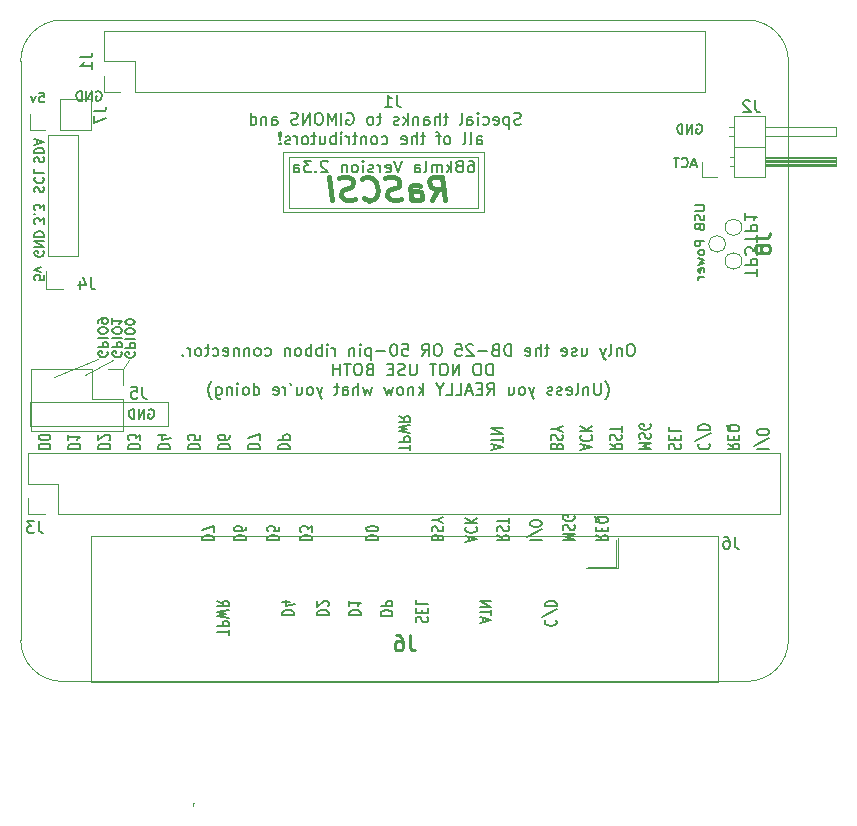
<source format=gbr>
%TF.GenerationSoftware,KiCad,Pcbnew,(5.1.7-0-10_14)*%
%TF.CreationDate,2021-03-07T20:48:25-06:00*%
%TF.ProjectId,rascsi_2p3a,72617363-7369-45f3-9270-33612e6b6963,rev?*%
%TF.SameCoordinates,PX59d60c0PY325aa00*%
%TF.FileFunction,Legend,Bot*%
%TF.FilePolarity,Positive*%
%FSLAX46Y46*%
G04 Gerber Fmt 4.6, Leading zero omitted, Abs format (unit mm)*
G04 Created by KiCad (PCBNEW (5.1.7-0-10_14)) date 2021-03-07 20:48:25*
%MOMM*%
%LPD*%
G01*
G04 APERTURE LIST*
%ADD10C,0.150000*%
%ADD11C,0.120000*%
%ADD12C,0.230000*%
%ADD13C,0.400000*%
%TA.AperFunction,Profile*%
%ADD14C,0.050000*%
%TD*%
%ADD15C,0.100000*%
%ADD16C,0.254000*%
G04 APERTURE END LIST*
D10*
X132032261Y-17138380D02*
X131841785Y-17138380D01*
X131746547Y-17186000D01*
X131651309Y-17281238D01*
X131603690Y-17471714D01*
X131603690Y-17805047D01*
X131651309Y-17995523D01*
X131746547Y-18090761D01*
X131841785Y-18138380D01*
X132032261Y-18138380D01*
X132127500Y-18090761D01*
X132222738Y-17995523D01*
X132270357Y-17805047D01*
X132270357Y-17471714D01*
X132222738Y-17281238D01*
X132127500Y-17186000D01*
X132032261Y-17138380D01*
X131175119Y-17471714D02*
X131175119Y-18138380D01*
X131175119Y-17566952D02*
X131127500Y-17519333D01*
X131032261Y-17471714D01*
X130889404Y-17471714D01*
X130794166Y-17519333D01*
X130746547Y-17614571D01*
X130746547Y-18138380D01*
X130127500Y-18138380D02*
X130222738Y-18090761D01*
X130270357Y-17995523D01*
X130270357Y-17138380D01*
X129841785Y-17471714D02*
X129603690Y-18138380D01*
X129365595Y-17471714D02*
X129603690Y-18138380D01*
X129698928Y-18376476D01*
X129746547Y-18424095D01*
X129841785Y-18471714D01*
X127794166Y-17471714D02*
X127794166Y-18138380D01*
X128222738Y-17471714D02*
X128222738Y-17995523D01*
X128175119Y-18090761D01*
X128079880Y-18138380D01*
X127937023Y-18138380D01*
X127841785Y-18090761D01*
X127794166Y-18043142D01*
X127365595Y-18090761D02*
X127270357Y-18138380D01*
X127079880Y-18138380D01*
X126984642Y-18090761D01*
X126937023Y-17995523D01*
X126937023Y-17947904D01*
X126984642Y-17852666D01*
X127079880Y-17805047D01*
X127222738Y-17805047D01*
X127317976Y-17757428D01*
X127365595Y-17662190D01*
X127365595Y-17614571D01*
X127317976Y-17519333D01*
X127222738Y-17471714D01*
X127079880Y-17471714D01*
X126984642Y-17519333D01*
X126127500Y-18090761D02*
X126222738Y-18138380D01*
X126413214Y-18138380D01*
X126508452Y-18090761D01*
X126556071Y-17995523D01*
X126556071Y-17614571D01*
X126508452Y-17519333D01*
X126413214Y-17471714D01*
X126222738Y-17471714D01*
X126127500Y-17519333D01*
X126079880Y-17614571D01*
X126079880Y-17709809D01*
X126556071Y-17805047D01*
X125032261Y-17471714D02*
X124651309Y-17471714D01*
X124889404Y-17138380D02*
X124889404Y-17995523D01*
X124841785Y-18090761D01*
X124746547Y-18138380D01*
X124651309Y-18138380D01*
X124317976Y-18138380D02*
X124317976Y-17138380D01*
X123889404Y-18138380D02*
X123889404Y-17614571D01*
X123937023Y-17519333D01*
X124032261Y-17471714D01*
X124175119Y-17471714D01*
X124270357Y-17519333D01*
X124317976Y-17566952D01*
X123032261Y-18090761D02*
X123127500Y-18138380D01*
X123317976Y-18138380D01*
X123413214Y-18090761D01*
X123460833Y-17995523D01*
X123460833Y-17614571D01*
X123413214Y-17519333D01*
X123317976Y-17471714D01*
X123127500Y-17471714D01*
X123032261Y-17519333D01*
X122984642Y-17614571D01*
X122984642Y-17709809D01*
X123460833Y-17805047D01*
X121794166Y-18138380D02*
X121794166Y-17138380D01*
X121556071Y-17138380D01*
X121413214Y-17186000D01*
X121317976Y-17281238D01*
X121270357Y-17376476D01*
X121222738Y-17566952D01*
X121222738Y-17709809D01*
X121270357Y-17900285D01*
X121317976Y-17995523D01*
X121413214Y-18090761D01*
X121556071Y-18138380D01*
X121794166Y-18138380D01*
X120460833Y-17614571D02*
X120317976Y-17662190D01*
X120270357Y-17709809D01*
X120222738Y-17805047D01*
X120222738Y-17947904D01*
X120270357Y-18043142D01*
X120317976Y-18090761D01*
X120413214Y-18138380D01*
X120794166Y-18138380D01*
X120794166Y-17138380D01*
X120460833Y-17138380D01*
X120365595Y-17186000D01*
X120317976Y-17233619D01*
X120270357Y-17328857D01*
X120270357Y-17424095D01*
X120317976Y-17519333D01*
X120365595Y-17566952D01*
X120460833Y-17614571D01*
X120794166Y-17614571D01*
X119794166Y-17757428D02*
X119032261Y-17757428D01*
X118603690Y-17233619D02*
X118556071Y-17186000D01*
X118460833Y-17138380D01*
X118222738Y-17138380D01*
X118127500Y-17186000D01*
X118079880Y-17233619D01*
X118032261Y-17328857D01*
X118032261Y-17424095D01*
X118079880Y-17566952D01*
X118651309Y-18138380D01*
X118032261Y-18138380D01*
X117127500Y-17138380D02*
X117603690Y-17138380D01*
X117651309Y-17614571D01*
X117603690Y-17566952D01*
X117508452Y-17519333D01*
X117270357Y-17519333D01*
X117175119Y-17566952D01*
X117127500Y-17614571D01*
X117079880Y-17709809D01*
X117079880Y-17947904D01*
X117127500Y-18043142D01*
X117175119Y-18090761D01*
X117270357Y-18138380D01*
X117508452Y-18138380D01*
X117603690Y-18090761D01*
X117651309Y-18043142D01*
X115698928Y-17138380D02*
X115508452Y-17138380D01*
X115413214Y-17186000D01*
X115317976Y-17281238D01*
X115270357Y-17471714D01*
X115270357Y-17805047D01*
X115317976Y-17995523D01*
X115413214Y-18090761D01*
X115508452Y-18138380D01*
X115698928Y-18138380D01*
X115794166Y-18090761D01*
X115889404Y-17995523D01*
X115937023Y-17805047D01*
X115937023Y-17471714D01*
X115889404Y-17281238D01*
X115794166Y-17186000D01*
X115698928Y-17138380D01*
X114270357Y-18138380D02*
X114603690Y-17662190D01*
X114841785Y-18138380D02*
X114841785Y-17138380D01*
X114460833Y-17138380D01*
X114365595Y-17186000D01*
X114317976Y-17233619D01*
X114270357Y-17328857D01*
X114270357Y-17471714D01*
X114317976Y-17566952D01*
X114365595Y-17614571D01*
X114460833Y-17662190D01*
X114841785Y-17662190D01*
X112603690Y-17138380D02*
X113079880Y-17138380D01*
X113127500Y-17614571D01*
X113079880Y-17566952D01*
X112984642Y-17519333D01*
X112746547Y-17519333D01*
X112651309Y-17566952D01*
X112603690Y-17614571D01*
X112556071Y-17709809D01*
X112556071Y-17947904D01*
X112603690Y-18043142D01*
X112651309Y-18090761D01*
X112746547Y-18138380D01*
X112984642Y-18138380D01*
X113079880Y-18090761D01*
X113127500Y-18043142D01*
X111937023Y-17138380D02*
X111841785Y-17138380D01*
X111746547Y-17186000D01*
X111698928Y-17233619D01*
X111651309Y-17328857D01*
X111603690Y-17519333D01*
X111603690Y-17757428D01*
X111651309Y-17947904D01*
X111698928Y-18043142D01*
X111746547Y-18090761D01*
X111841785Y-18138380D01*
X111937023Y-18138380D01*
X112032261Y-18090761D01*
X112079880Y-18043142D01*
X112127500Y-17947904D01*
X112175119Y-17757428D01*
X112175119Y-17519333D01*
X112127500Y-17328857D01*
X112079880Y-17233619D01*
X112032261Y-17186000D01*
X111937023Y-17138380D01*
X111175119Y-17757428D02*
X110413214Y-17757428D01*
X109937023Y-17471714D02*
X109937023Y-18471714D01*
X109937023Y-17519333D02*
X109841785Y-17471714D01*
X109651309Y-17471714D01*
X109556071Y-17519333D01*
X109508452Y-17566952D01*
X109460833Y-17662190D01*
X109460833Y-17947904D01*
X109508452Y-18043142D01*
X109556071Y-18090761D01*
X109651309Y-18138380D01*
X109841785Y-18138380D01*
X109937023Y-18090761D01*
X109032261Y-18138380D02*
X109032261Y-17471714D01*
X109032261Y-17138380D02*
X109079880Y-17186000D01*
X109032261Y-17233619D01*
X108984642Y-17186000D01*
X109032261Y-17138380D01*
X109032261Y-17233619D01*
X108556071Y-17471714D02*
X108556071Y-18138380D01*
X108556071Y-17566952D02*
X108508452Y-17519333D01*
X108413214Y-17471714D01*
X108270357Y-17471714D01*
X108175119Y-17519333D01*
X108127500Y-17614571D01*
X108127500Y-18138380D01*
X106889404Y-18138380D02*
X106889404Y-17471714D01*
X106889404Y-17662190D02*
X106841785Y-17566952D01*
X106794166Y-17519333D01*
X106698928Y-17471714D01*
X106603690Y-17471714D01*
X106270357Y-18138380D02*
X106270357Y-17471714D01*
X106270357Y-17138380D02*
X106317976Y-17186000D01*
X106270357Y-17233619D01*
X106222738Y-17186000D01*
X106270357Y-17138380D01*
X106270357Y-17233619D01*
X105794166Y-18138380D02*
X105794166Y-17138380D01*
X105794166Y-17519333D02*
X105698928Y-17471714D01*
X105508452Y-17471714D01*
X105413214Y-17519333D01*
X105365595Y-17566952D01*
X105317976Y-17662190D01*
X105317976Y-17947904D01*
X105365595Y-18043142D01*
X105413214Y-18090761D01*
X105508452Y-18138380D01*
X105698928Y-18138380D01*
X105794166Y-18090761D01*
X104889404Y-18138380D02*
X104889404Y-17138380D01*
X104889404Y-17519333D02*
X104794166Y-17471714D01*
X104603690Y-17471714D01*
X104508452Y-17519333D01*
X104460833Y-17566952D01*
X104413214Y-17662190D01*
X104413214Y-17947904D01*
X104460833Y-18043142D01*
X104508452Y-18090761D01*
X104603690Y-18138380D01*
X104794166Y-18138380D01*
X104889404Y-18090761D01*
X103841785Y-18138380D02*
X103937023Y-18090761D01*
X103984642Y-18043142D01*
X104032261Y-17947904D01*
X104032261Y-17662190D01*
X103984642Y-17566952D01*
X103937023Y-17519333D01*
X103841785Y-17471714D01*
X103698928Y-17471714D01*
X103603690Y-17519333D01*
X103556071Y-17566952D01*
X103508452Y-17662190D01*
X103508452Y-17947904D01*
X103556071Y-18043142D01*
X103603690Y-18090761D01*
X103698928Y-18138380D01*
X103841785Y-18138380D01*
X103079880Y-17471714D02*
X103079880Y-18138380D01*
X103079880Y-17566952D02*
X103032261Y-17519333D01*
X102937023Y-17471714D01*
X102794166Y-17471714D01*
X102698928Y-17519333D01*
X102651309Y-17614571D01*
X102651309Y-18138380D01*
X100984642Y-18090761D02*
X101079880Y-18138380D01*
X101270357Y-18138380D01*
X101365595Y-18090761D01*
X101413214Y-18043142D01*
X101460833Y-17947904D01*
X101460833Y-17662190D01*
X101413214Y-17566952D01*
X101365595Y-17519333D01*
X101270357Y-17471714D01*
X101079880Y-17471714D01*
X100984642Y-17519333D01*
X100413214Y-18138380D02*
X100508452Y-18090761D01*
X100556071Y-18043142D01*
X100603690Y-17947904D01*
X100603690Y-17662190D01*
X100556071Y-17566952D01*
X100508452Y-17519333D01*
X100413214Y-17471714D01*
X100270357Y-17471714D01*
X100175119Y-17519333D01*
X100127500Y-17566952D01*
X100079880Y-17662190D01*
X100079880Y-17947904D01*
X100127500Y-18043142D01*
X100175119Y-18090761D01*
X100270357Y-18138380D01*
X100413214Y-18138380D01*
X99651309Y-17471714D02*
X99651309Y-18138380D01*
X99651309Y-17566952D02*
X99603690Y-17519333D01*
X99508452Y-17471714D01*
X99365595Y-17471714D01*
X99270357Y-17519333D01*
X99222738Y-17614571D01*
X99222738Y-18138380D01*
X98746547Y-17471714D02*
X98746547Y-18138380D01*
X98746547Y-17566952D02*
X98698928Y-17519333D01*
X98603690Y-17471714D01*
X98460833Y-17471714D01*
X98365595Y-17519333D01*
X98317976Y-17614571D01*
X98317976Y-18138380D01*
X97460833Y-18090761D02*
X97556071Y-18138380D01*
X97746547Y-18138380D01*
X97841785Y-18090761D01*
X97889404Y-17995523D01*
X97889404Y-17614571D01*
X97841785Y-17519333D01*
X97746547Y-17471714D01*
X97556071Y-17471714D01*
X97460833Y-17519333D01*
X97413214Y-17614571D01*
X97413214Y-17709809D01*
X97889404Y-17805047D01*
X96556071Y-18090761D02*
X96651309Y-18138380D01*
X96841785Y-18138380D01*
X96937023Y-18090761D01*
X96984642Y-18043142D01*
X97032261Y-17947904D01*
X97032261Y-17662190D01*
X96984642Y-17566952D01*
X96937023Y-17519333D01*
X96841785Y-17471714D01*
X96651309Y-17471714D01*
X96556071Y-17519333D01*
X96270357Y-17471714D02*
X95889404Y-17471714D01*
X96127500Y-17138380D02*
X96127500Y-17995523D01*
X96079880Y-18090761D01*
X95984642Y-18138380D01*
X95889404Y-18138380D01*
X95413214Y-18138380D02*
X95508452Y-18090761D01*
X95556071Y-18043142D01*
X95603690Y-17947904D01*
X95603690Y-17662190D01*
X95556071Y-17566952D01*
X95508452Y-17519333D01*
X95413214Y-17471714D01*
X95270357Y-17471714D01*
X95175119Y-17519333D01*
X95127500Y-17566952D01*
X95079880Y-17662190D01*
X95079880Y-17947904D01*
X95127500Y-18043142D01*
X95175119Y-18090761D01*
X95270357Y-18138380D01*
X95413214Y-18138380D01*
X94651309Y-18138380D02*
X94651309Y-17471714D01*
X94651309Y-17662190D02*
X94603690Y-17566952D01*
X94556071Y-17519333D01*
X94460833Y-17471714D01*
X94365595Y-17471714D01*
X94032261Y-18043142D02*
X93984642Y-18090761D01*
X94032261Y-18138380D01*
X94079880Y-18090761D01*
X94032261Y-18043142D01*
X94032261Y-18138380D01*
X120246547Y-19788380D02*
X120246547Y-18788380D01*
X120008452Y-18788380D01*
X119865595Y-18836000D01*
X119770357Y-18931238D01*
X119722738Y-19026476D01*
X119675119Y-19216952D01*
X119675119Y-19359809D01*
X119722738Y-19550285D01*
X119770357Y-19645523D01*
X119865595Y-19740761D01*
X120008452Y-19788380D01*
X120246547Y-19788380D01*
X119056071Y-18788380D02*
X118865595Y-18788380D01*
X118770357Y-18836000D01*
X118675119Y-18931238D01*
X118627500Y-19121714D01*
X118627500Y-19455047D01*
X118675119Y-19645523D01*
X118770357Y-19740761D01*
X118865595Y-19788380D01*
X119056071Y-19788380D01*
X119151309Y-19740761D01*
X119246547Y-19645523D01*
X119294166Y-19455047D01*
X119294166Y-19121714D01*
X119246547Y-18931238D01*
X119151309Y-18836000D01*
X119056071Y-18788380D01*
X117437023Y-19788380D02*
X117437023Y-18788380D01*
X116865595Y-19788380D01*
X116865595Y-18788380D01*
X116198928Y-18788380D02*
X116008452Y-18788380D01*
X115913214Y-18836000D01*
X115817976Y-18931238D01*
X115770357Y-19121714D01*
X115770357Y-19455047D01*
X115817976Y-19645523D01*
X115913214Y-19740761D01*
X116008452Y-19788380D01*
X116198928Y-19788380D01*
X116294166Y-19740761D01*
X116389404Y-19645523D01*
X116437023Y-19455047D01*
X116437023Y-19121714D01*
X116389404Y-18931238D01*
X116294166Y-18836000D01*
X116198928Y-18788380D01*
X115484642Y-18788380D02*
X114913214Y-18788380D01*
X115198928Y-19788380D02*
X115198928Y-18788380D01*
X113817976Y-18788380D02*
X113817976Y-19597904D01*
X113770357Y-19693142D01*
X113722738Y-19740761D01*
X113627500Y-19788380D01*
X113437023Y-19788380D01*
X113341785Y-19740761D01*
X113294166Y-19693142D01*
X113246547Y-19597904D01*
X113246547Y-18788380D01*
X112817976Y-19740761D02*
X112675119Y-19788380D01*
X112437023Y-19788380D01*
X112341785Y-19740761D01*
X112294166Y-19693142D01*
X112246547Y-19597904D01*
X112246547Y-19502666D01*
X112294166Y-19407428D01*
X112341785Y-19359809D01*
X112437023Y-19312190D01*
X112627500Y-19264571D01*
X112722738Y-19216952D01*
X112770357Y-19169333D01*
X112817976Y-19074095D01*
X112817976Y-18978857D01*
X112770357Y-18883619D01*
X112722738Y-18836000D01*
X112627500Y-18788380D01*
X112389404Y-18788380D01*
X112246547Y-18836000D01*
X111817976Y-19264571D02*
X111484642Y-19264571D01*
X111341785Y-19788380D02*
X111817976Y-19788380D01*
X111817976Y-18788380D01*
X111341785Y-18788380D01*
X109817976Y-19264571D02*
X109675119Y-19312190D01*
X109627500Y-19359809D01*
X109579880Y-19455047D01*
X109579880Y-19597904D01*
X109627500Y-19693142D01*
X109675119Y-19740761D01*
X109770357Y-19788380D01*
X110151309Y-19788380D01*
X110151309Y-18788380D01*
X109817976Y-18788380D01*
X109722738Y-18836000D01*
X109675119Y-18883619D01*
X109627500Y-18978857D01*
X109627500Y-19074095D01*
X109675119Y-19169333D01*
X109722738Y-19216952D01*
X109817976Y-19264571D01*
X110151309Y-19264571D01*
X108960833Y-18788380D02*
X108770357Y-18788380D01*
X108675119Y-18836000D01*
X108579880Y-18931238D01*
X108532261Y-19121714D01*
X108532261Y-19455047D01*
X108579880Y-19645523D01*
X108675119Y-19740761D01*
X108770357Y-19788380D01*
X108960833Y-19788380D01*
X109056071Y-19740761D01*
X109151309Y-19645523D01*
X109198928Y-19455047D01*
X109198928Y-19121714D01*
X109151309Y-18931238D01*
X109056071Y-18836000D01*
X108960833Y-18788380D01*
X108246547Y-18788380D02*
X107675119Y-18788380D01*
X107960833Y-19788380D02*
X107960833Y-18788380D01*
X107341785Y-19788380D02*
X107341785Y-18788380D01*
X107341785Y-19264571D02*
X106770357Y-19264571D01*
X106770357Y-19788380D02*
X106770357Y-18788380D01*
X129794166Y-21819333D02*
X129841785Y-21771714D01*
X129937023Y-21628857D01*
X129984642Y-21533619D01*
X130032261Y-21390761D01*
X130079880Y-21152666D01*
X130079880Y-20962190D01*
X130032261Y-20724095D01*
X129984642Y-20581238D01*
X129937023Y-20486000D01*
X129841785Y-20343142D01*
X129794166Y-20295523D01*
X129413214Y-20438380D02*
X129413214Y-21247904D01*
X129365595Y-21343142D01*
X129317976Y-21390761D01*
X129222738Y-21438380D01*
X129032261Y-21438380D01*
X128937023Y-21390761D01*
X128889404Y-21343142D01*
X128841785Y-21247904D01*
X128841785Y-20438380D01*
X128365595Y-20771714D02*
X128365595Y-21438380D01*
X128365595Y-20866952D02*
X128317976Y-20819333D01*
X128222738Y-20771714D01*
X128079880Y-20771714D01*
X127984642Y-20819333D01*
X127937023Y-20914571D01*
X127937023Y-21438380D01*
X127317976Y-21438380D02*
X127413214Y-21390761D01*
X127460833Y-21295523D01*
X127460833Y-20438380D01*
X126556071Y-21390761D02*
X126651309Y-21438380D01*
X126841785Y-21438380D01*
X126937023Y-21390761D01*
X126984642Y-21295523D01*
X126984642Y-20914571D01*
X126937023Y-20819333D01*
X126841785Y-20771714D01*
X126651309Y-20771714D01*
X126556071Y-20819333D01*
X126508452Y-20914571D01*
X126508452Y-21009809D01*
X126984642Y-21105047D01*
X126127500Y-21390761D02*
X126032261Y-21438380D01*
X125841785Y-21438380D01*
X125746547Y-21390761D01*
X125698928Y-21295523D01*
X125698928Y-21247904D01*
X125746547Y-21152666D01*
X125841785Y-21105047D01*
X125984642Y-21105047D01*
X126079880Y-21057428D01*
X126127500Y-20962190D01*
X126127500Y-20914571D01*
X126079880Y-20819333D01*
X125984642Y-20771714D01*
X125841785Y-20771714D01*
X125746547Y-20819333D01*
X125317976Y-21390761D02*
X125222738Y-21438380D01*
X125032261Y-21438380D01*
X124937023Y-21390761D01*
X124889404Y-21295523D01*
X124889404Y-21247904D01*
X124937023Y-21152666D01*
X125032261Y-21105047D01*
X125175119Y-21105047D01*
X125270357Y-21057428D01*
X125317976Y-20962190D01*
X125317976Y-20914571D01*
X125270357Y-20819333D01*
X125175119Y-20771714D01*
X125032261Y-20771714D01*
X124937023Y-20819333D01*
X123794166Y-20771714D02*
X123556071Y-21438380D01*
X123317976Y-20771714D02*
X123556071Y-21438380D01*
X123651309Y-21676476D01*
X123698928Y-21724095D01*
X123794166Y-21771714D01*
X122794166Y-21438380D02*
X122889404Y-21390761D01*
X122937023Y-21343142D01*
X122984642Y-21247904D01*
X122984642Y-20962190D01*
X122937023Y-20866952D01*
X122889404Y-20819333D01*
X122794166Y-20771714D01*
X122651309Y-20771714D01*
X122556071Y-20819333D01*
X122508452Y-20866952D01*
X122460833Y-20962190D01*
X122460833Y-21247904D01*
X122508452Y-21343142D01*
X122556071Y-21390761D01*
X122651309Y-21438380D01*
X122794166Y-21438380D01*
X121603690Y-20771714D02*
X121603690Y-21438380D01*
X122032261Y-20771714D02*
X122032261Y-21295523D01*
X121984642Y-21390761D01*
X121889404Y-21438380D01*
X121746547Y-21438380D01*
X121651309Y-21390761D01*
X121603690Y-21343142D01*
X119794166Y-21438380D02*
X120127500Y-20962190D01*
X120365595Y-21438380D02*
X120365595Y-20438380D01*
X119984642Y-20438380D01*
X119889404Y-20486000D01*
X119841785Y-20533619D01*
X119794166Y-20628857D01*
X119794166Y-20771714D01*
X119841785Y-20866952D01*
X119889404Y-20914571D01*
X119984642Y-20962190D01*
X120365595Y-20962190D01*
X119365595Y-20914571D02*
X119032261Y-20914571D01*
X118889404Y-21438380D02*
X119365595Y-21438380D01*
X119365595Y-20438380D01*
X118889404Y-20438380D01*
X118508452Y-21152666D02*
X118032261Y-21152666D01*
X118603690Y-21438380D02*
X118270357Y-20438380D01*
X117937023Y-21438380D01*
X117127500Y-21438380D02*
X117603690Y-21438380D01*
X117603690Y-20438380D01*
X116317976Y-21438380D02*
X116794166Y-21438380D01*
X116794166Y-20438380D01*
X115794166Y-20962190D02*
X115794166Y-21438380D01*
X116127500Y-20438380D02*
X115794166Y-20962190D01*
X115460833Y-20438380D01*
X114365595Y-21438380D02*
X114365595Y-20438380D01*
X114270357Y-21057428D02*
X113984642Y-21438380D01*
X113984642Y-20771714D02*
X114365595Y-21152666D01*
X113556071Y-20771714D02*
X113556071Y-21438380D01*
X113556071Y-20866952D02*
X113508452Y-20819333D01*
X113413214Y-20771714D01*
X113270357Y-20771714D01*
X113175119Y-20819333D01*
X113127500Y-20914571D01*
X113127500Y-21438380D01*
X112508452Y-21438380D02*
X112603690Y-21390761D01*
X112651309Y-21343142D01*
X112698928Y-21247904D01*
X112698928Y-20962190D01*
X112651309Y-20866952D01*
X112603690Y-20819333D01*
X112508452Y-20771714D01*
X112365595Y-20771714D01*
X112270357Y-20819333D01*
X112222738Y-20866952D01*
X112175119Y-20962190D01*
X112175119Y-21247904D01*
X112222738Y-21343142D01*
X112270357Y-21390761D01*
X112365595Y-21438380D01*
X112508452Y-21438380D01*
X111841785Y-20771714D02*
X111651309Y-21438380D01*
X111460833Y-20962190D01*
X111270357Y-21438380D01*
X111079880Y-20771714D01*
X110032261Y-20771714D02*
X109841785Y-21438380D01*
X109651309Y-20962190D01*
X109460833Y-21438380D01*
X109270357Y-20771714D01*
X108889404Y-21438380D02*
X108889404Y-20438380D01*
X108460833Y-21438380D02*
X108460833Y-20914571D01*
X108508452Y-20819333D01*
X108603690Y-20771714D01*
X108746547Y-20771714D01*
X108841785Y-20819333D01*
X108889404Y-20866952D01*
X107556071Y-21438380D02*
X107556071Y-20914571D01*
X107603690Y-20819333D01*
X107698928Y-20771714D01*
X107889404Y-20771714D01*
X107984642Y-20819333D01*
X107556071Y-21390761D02*
X107651309Y-21438380D01*
X107889404Y-21438380D01*
X107984642Y-21390761D01*
X108032261Y-21295523D01*
X108032261Y-21200285D01*
X107984642Y-21105047D01*
X107889404Y-21057428D01*
X107651309Y-21057428D01*
X107556071Y-21009809D01*
X107222738Y-20771714D02*
X106841785Y-20771714D01*
X107079880Y-20438380D02*
X107079880Y-21295523D01*
X107032261Y-21390761D01*
X106937023Y-21438380D01*
X106841785Y-21438380D01*
X105841785Y-20771714D02*
X105603690Y-21438380D01*
X105365595Y-20771714D02*
X105603690Y-21438380D01*
X105698928Y-21676476D01*
X105746547Y-21724095D01*
X105841785Y-21771714D01*
X104841785Y-21438380D02*
X104937023Y-21390761D01*
X104984642Y-21343142D01*
X105032261Y-21247904D01*
X105032261Y-20962190D01*
X104984642Y-20866952D01*
X104937023Y-20819333D01*
X104841785Y-20771714D01*
X104698928Y-20771714D01*
X104603690Y-20819333D01*
X104556071Y-20866952D01*
X104508452Y-20962190D01*
X104508452Y-21247904D01*
X104556071Y-21343142D01*
X104603690Y-21390761D01*
X104698928Y-21438380D01*
X104841785Y-21438380D01*
X103651309Y-20771714D02*
X103651309Y-21438380D01*
X104079880Y-20771714D02*
X104079880Y-21295523D01*
X104032261Y-21390761D01*
X103937023Y-21438380D01*
X103794166Y-21438380D01*
X103698928Y-21390761D01*
X103651309Y-21343142D01*
X103127500Y-20438380D02*
X103222738Y-20628857D01*
X102698928Y-21438380D02*
X102698928Y-20771714D01*
X102698928Y-20962190D02*
X102651309Y-20866952D01*
X102603690Y-20819333D01*
X102508452Y-20771714D01*
X102413214Y-20771714D01*
X101698928Y-21390761D02*
X101794166Y-21438380D01*
X101984642Y-21438380D01*
X102079880Y-21390761D01*
X102127500Y-21295523D01*
X102127500Y-20914571D01*
X102079880Y-20819333D01*
X101984642Y-20771714D01*
X101794166Y-20771714D01*
X101698928Y-20819333D01*
X101651309Y-20914571D01*
X101651309Y-21009809D01*
X102127500Y-21105047D01*
X100032261Y-21438380D02*
X100032261Y-20438380D01*
X100032261Y-21390761D02*
X100127500Y-21438380D01*
X100317976Y-21438380D01*
X100413214Y-21390761D01*
X100460833Y-21343142D01*
X100508452Y-21247904D01*
X100508452Y-20962190D01*
X100460833Y-20866952D01*
X100413214Y-20819333D01*
X100317976Y-20771714D01*
X100127500Y-20771714D01*
X100032261Y-20819333D01*
X99413214Y-21438380D02*
X99508452Y-21390761D01*
X99556071Y-21343142D01*
X99603690Y-21247904D01*
X99603690Y-20962190D01*
X99556071Y-20866952D01*
X99508452Y-20819333D01*
X99413214Y-20771714D01*
X99270357Y-20771714D01*
X99175119Y-20819333D01*
X99127500Y-20866952D01*
X99079880Y-20962190D01*
X99079880Y-21247904D01*
X99127500Y-21343142D01*
X99175119Y-21390761D01*
X99270357Y-21438380D01*
X99413214Y-21438380D01*
X98651309Y-21438380D02*
X98651309Y-20771714D01*
X98651309Y-20438380D02*
X98698928Y-20486000D01*
X98651309Y-20533619D01*
X98603690Y-20486000D01*
X98651309Y-20438380D01*
X98651309Y-20533619D01*
X98175119Y-20771714D02*
X98175119Y-21438380D01*
X98175119Y-20866952D02*
X98127500Y-20819333D01*
X98032261Y-20771714D01*
X97889404Y-20771714D01*
X97794166Y-20819333D01*
X97746547Y-20914571D01*
X97746547Y-21438380D01*
X96841785Y-20771714D02*
X96841785Y-21581238D01*
X96889404Y-21676476D01*
X96937023Y-21724095D01*
X97032261Y-21771714D01*
X97175119Y-21771714D01*
X97270357Y-21724095D01*
X96841785Y-21390761D02*
X96937023Y-21438380D01*
X97127500Y-21438380D01*
X97222738Y-21390761D01*
X97270357Y-21343142D01*
X97317976Y-21247904D01*
X97317976Y-20962190D01*
X97270357Y-20866952D01*
X97222738Y-20819333D01*
X97127500Y-20771714D01*
X96937023Y-20771714D01*
X96841785Y-20819333D01*
X96460833Y-21819333D02*
X96413214Y-21771714D01*
X96317976Y-21628857D01*
X96270357Y-21533619D01*
X96222738Y-21390761D01*
X96175119Y-21152666D01*
X96175119Y-20962190D01*
X96222738Y-20724095D01*
X96270357Y-20581238D01*
X96317976Y-20486000D01*
X96413214Y-20343142D01*
X96460833Y-20295523D01*
X123406619Y-33769476D02*
X124406619Y-33769476D01*
X124454238Y-32817095D02*
X123168523Y-33502809D01*
X124406619Y-32398047D02*
X124406619Y-32245666D01*
X124359000Y-32169476D01*
X124263761Y-32093285D01*
X124073285Y-32055190D01*
X123739952Y-32055190D01*
X123549476Y-32093285D01*
X123454238Y-32169476D01*
X123406619Y-32245666D01*
X123406619Y-32398047D01*
X123454238Y-32474238D01*
X123549476Y-32550428D01*
X123739952Y-32588523D01*
X124073285Y-32588523D01*
X124263761Y-32550428D01*
X124359000Y-32474238D01*
X124406619Y-32398047D01*
X120612619Y-33312333D02*
X121088809Y-33578999D01*
X120612619Y-33769476D02*
X121612619Y-33769476D01*
X121612619Y-33464714D01*
X121565000Y-33388523D01*
X121517380Y-33350428D01*
X121422142Y-33312333D01*
X121279285Y-33312333D01*
X121184047Y-33350428D01*
X121136428Y-33388523D01*
X121088809Y-33464714D01*
X121088809Y-33769476D01*
X120660238Y-33007571D02*
X120612619Y-32893285D01*
X120612619Y-32702809D01*
X120660238Y-32626618D01*
X120707857Y-32588523D01*
X120803095Y-32550428D01*
X120898333Y-32550428D01*
X120993571Y-32588523D01*
X121041190Y-32626618D01*
X121088809Y-32702809D01*
X121136428Y-32855190D01*
X121184047Y-32931380D01*
X121231666Y-32969476D01*
X121326904Y-33007571D01*
X121422142Y-33007571D01*
X121517380Y-32969476D01*
X121565000Y-32931380D01*
X121612619Y-32855190D01*
X121612619Y-32664714D01*
X121565000Y-32550428D01*
X121612619Y-32321857D02*
X121612619Y-31864714D01*
X120612619Y-32093285D02*
X121612619Y-32093285D01*
X113802238Y-40697285D02*
X113754619Y-40583000D01*
X113754619Y-40392523D01*
X113802238Y-40316333D01*
X113849857Y-40278238D01*
X113945095Y-40240142D01*
X114040333Y-40240142D01*
X114135571Y-40278238D01*
X114183190Y-40316333D01*
X114230809Y-40392523D01*
X114278428Y-40544904D01*
X114326047Y-40621095D01*
X114373666Y-40659190D01*
X114468904Y-40697285D01*
X114564142Y-40697285D01*
X114659380Y-40659190D01*
X114707000Y-40621095D01*
X114754619Y-40544904D01*
X114754619Y-40354428D01*
X114707000Y-40240142D01*
X114278428Y-39897285D02*
X114278428Y-39630619D01*
X113754619Y-39516333D02*
X113754619Y-39897285D01*
X114754619Y-39897285D01*
X114754619Y-39516333D01*
X113754619Y-38792523D02*
X113754619Y-39173476D01*
X114754619Y-39173476D01*
X109563619Y-33769476D02*
X110563619Y-33769476D01*
X110563619Y-33579000D01*
X110516000Y-33464714D01*
X110420761Y-33388523D01*
X110325523Y-33350428D01*
X110135047Y-33312333D01*
X109992190Y-33312333D01*
X109801714Y-33350428D01*
X109706476Y-33388523D01*
X109611238Y-33464714D01*
X109563619Y-33579000D01*
X109563619Y-33769476D01*
X110563619Y-32817095D02*
X110563619Y-32740904D01*
X110516000Y-32664714D01*
X110468380Y-32626619D01*
X110373142Y-32588523D01*
X110182666Y-32550428D01*
X109944571Y-32550428D01*
X109754095Y-32588523D01*
X109658857Y-32626619D01*
X109611238Y-32664714D01*
X109563619Y-32740904D01*
X109563619Y-32817095D01*
X109611238Y-32893285D01*
X109658857Y-32931380D01*
X109754095Y-32969476D01*
X109944571Y-33007571D01*
X110182666Y-33007571D01*
X110373142Y-32969476D01*
X110468380Y-32931380D01*
X110516000Y-32893285D01*
X110563619Y-32817095D01*
X101181619Y-33769476D02*
X102181619Y-33769476D01*
X102181619Y-33579000D01*
X102134000Y-33464714D01*
X102038761Y-33388523D01*
X101943523Y-33350428D01*
X101753047Y-33312333D01*
X101610190Y-33312333D01*
X101419714Y-33350428D01*
X101324476Y-33388523D01*
X101229238Y-33464714D01*
X101181619Y-33579000D01*
X101181619Y-33769476D01*
X102181619Y-32588523D02*
X102181619Y-32969476D01*
X101705428Y-33007571D01*
X101753047Y-32969476D01*
X101800666Y-32893285D01*
X101800666Y-32702809D01*
X101753047Y-32626619D01*
X101705428Y-32588523D01*
X101610190Y-32550428D01*
X101372095Y-32550428D01*
X101276857Y-32588523D01*
X101229238Y-32626619D01*
X101181619Y-32702809D01*
X101181619Y-32893285D01*
X101229238Y-32969476D01*
X101276857Y-33007571D01*
X115611928Y-33502809D02*
X115564309Y-33388523D01*
X115516690Y-33350428D01*
X115421452Y-33312333D01*
X115278595Y-33312333D01*
X115183357Y-33350428D01*
X115135738Y-33388523D01*
X115088119Y-33464714D01*
X115088119Y-33769476D01*
X116088119Y-33769476D01*
X116088119Y-33502809D01*
X116040500Y-33426619D01*
X115992880Y-33388523D01*
X115897642Y-33350428D01*
X115802404Y-33350428D01*
X115707166Y-33388523D01*
X115659547Y-33426619D01*
X115611928Y-33502809D01*
X115611928Y-33769476D01*
X115135738Y-33007571D02*
X115088119Y-32893285D01*
X115088119Y-32702809D01*
X115135738Y-32626619D01*
X115183357Y-32588523D01*
X115278595Y-32550428D01*
X115373833Y-32550428D01*
X115469071Y-32588523D01*
X115516690Y-32626619D01*
X115564309Y-32702809D01*
X115611928Y-32855190D01*
X115659547Y-32931381D01*
X115707166Y-32969476D01*
X115802404Y-33007571D01*
X115897642Y-33007571D01*
X115992880Y-32969476D01*
X116040500Y-32931381D01*
X116088119Y-32855190D01*
X116088119Y-32664714D01*
X116040500Y-32550428D01*
X115564309Y-32055190D02*
X115088119Y-32055190D01*
X116088119Y-32321857D02*
X115564309Y-32055190D01*
X116088119Y-31788523D01*
X98387619Y-33769476D02*
X99387619Y-33769476D01*
X99387619Y-33579000D01*
X99340000Y-33464714D01*
X99244761Y-33388523D01*
X99149523Y-33350428D01*
X98959047Y-33312333D01*
X98816190Y-33312333D01*
X98625714Y-33350428D01*
X98530476Y-33388523D01*
X98435238Y-33464714D01*
X98387619Y-33579000D01*
X98387619Y-33769476D01*
X99387619Y-32626619D02*
X99387619Y-32779000D01*
X99340000Y-32855190D01*
X99292380Y-32893285D01*
X99149523Y-32969476D01*
X98959047Y-33007571D01*
X98578095Y-33007571D01*
X98482857Y-32969476D01*
X98435238Y-32931380D01*
X98387619Y-32855190D01*
X98387619Y-32702809D01*
X98435238Y-32626619D01*
X98482857Y-32588523D01*
X98578095Y-32550428D01*
X98816190Y-32550428D01*
X98911428Y-32588523D01*
X98959047Y-32626619D01*
X99006666Y-32702809D01*
X99006666Y-32855190D01*
X98959047Y-32931380D01*
X98911428Y-32969476D01*
X98816190Y-33007571D01*
X108103119Y-40087762D02*
X109103119Y-40087762D01*
X109103119Y-39897286D01*
X109055500Y-39783000D01*
X108960261Y-39706809D01*
X108865023Y-39668714D01*
X108674547Y-39630619D01*
X108531690Y-39630619D01*
X108341214Y-39668714D01*
X108245976Y-39706809D01*
X108150738Y-39783000D01*
X108103119Y-39897286D01*
X108103119Y-40087762D01*
X108103119Y-38868714D02*
X108103119Y-39325857D01*
X108103119Y-39097286D02*
X109103119Y-39097286D01*
X108960261Y-39173476D01*
X108865023Y-39249666D01*
X108817404Y-39325857D01*
X102451619Y-40087762D02*
X103451619Y-40087762D01*
X103451619Y-39897286D01*
X103404000Y-39783000D01*
X103308761Y-39706809D01*
X103213523Y-39668714D01*
X103023047Y-39630619D01*
X102880190Y-39630619D01*
X102689714Y-39668714D01*
X102594476Y-39706809D01*
X102499238Y-39783000D01*
X102451619Y-39897286D01*
X102451619Y-40087762D01*
X103118285Y-38944905D02*
X102451619Y-38944905D01*
X103499238Y-39135381D02*
X102784952Y-39325857D01*
X102784952Y-38830619D01*
X105372619Y-40087762D02*
X106372619Y-40087762D01*
X106372619Y-39897286D01*
X106325000Y-39783000D01*
X106229761Y-39706809D01*
X106134523Y-39668714D01*
X105944047Y-39630619D01*
X105801190Y-39630619D01*
X105610714Y-39668714D01*
X105515476Y-39706809D01*
X105420238Y-39783000D01*
X105372619Y-39897286D01*
X105372619Y-40087762D01*
X106277380Y-39325857D02*
X106325000Y-39287762D01*
X106372619Y-39211571D01*
X106372619Y-39021095D01*
X106325000Y-38944905D01*
X106277380Y-38906809D01*
X106182142Y-38868714D01*
X106086904Y-38868714D01*
X105944047Y-38906809D01*
X105372619Y-39363952D01*
X105372619Y-38868714D01*
X126200619Y-33769477D02*
X127200619Y-33769477D01*
X126486333Y-33502810D01*
X127200619Y-33236143D01*
X126200619Y-33236143D01*
X126248238Y-32893286D02*
X126200619Y-32779000D01*
X126200619Y-32588524D01*
X126248238Y-32512334D01*
X126295857Y-32474238D01*
X126391095Y-32436143D01*
X126486333Y-32436143D01*
X126581571Y-32474238D01*
X126629190Y-32512334D01*
X126676809Y-32588524D01*
X126724428Y-32740905D01*
X126772047Y-32817096D01*
X126819666Y-32855191D01*
X126914904Y-32893286D01*
X127010142Y-32893286D01*
X127105380Y-32855191D01*
X127153000Y-32817096D01*
X127200619Y-32740905D01*
X127200619Y-32550429D01*
X127153000Y-32436143D01*
X127153000Y-31674238D02*
X127200619Y-31750429D01*
X127200619Y-31864715D01*
X127153000Y-31979000D01*
X127057761Y-32055191D01*
X126962523Y-32093286D01*
X126772047Y-32131381D01*
X126629190Y-32131381D01*
X126438714Y-32093286D01*
X126343476Y-32055191D01*
X126248238Y-31979000D01*
X126200619Y-31864715D01*
X126200619Y-31788524D01*
X126248238Y-31674238D01*
X126295857Y-31636143D01*
X126629190Y-31636143D01*
X126629190Y-31788524D01*
X97927119Y-41763953D02*
X97927119Y-41306810D01*
X96927119Y-41535381D02*
X97927119Y-41535381D01*
X96927119Y-41040143D02*
X97927119Y-41040143D01*
X97927119Y-40735381D01*
X97879500Y-40659191D01*
X97831880Y-40621096D01*
X97736642Y-40583000D01*
X97593785Y-40583000D01*
X97498547Y-40621096D01*
X97450928Y-40659191D01*
X97403309Y-40735381D01*
X97403309Y-41040143D01*
X97927119Y-40316334D02*
X96927119Y-40125858D01*
X97641404Y-39973477D01*
X96927119Y-39821096D01*
X97927119Y-39630619D01*
X96927119Y-38868715D02*
X97403309Y-39135381D01*
X96927119Y-39325858D02*
X97927119Y-39325858D01*
X97927119Y-39021096D01*
X97879500Y-38944905D01*
X97831880Y-38906810D01*
X97736642Y-38868715D01*
X97593785Y-38868715D01*
X97498547Y-38906810D01*
X97450928Y-38944905D01*
X97403309Y-39021096D01*
X97403309Y-39325858D01*
X103975619Y-33769476D02*
X104975619Y-33769476D01*
X104975619Y-33579000D01*
X104928000Y-33464714D01*
X104832761Y-33388523D01*
X104737523Y-33350428D01*
X104547047Y-33312333D01*
X104404190Y-33312333D01*
X104213714Y-33350428D01*
X104118476Y-33388523D01*
X104023238Y-33464714D01*
X103975619Y-33579000D01*
X103975619Y-33769476D01*
X104975619Y-33045666D02*
X104975619Y-32550428D01*
X104594666Y-32817095D01*
X104594666Y-32702809D01*
X104547047Y-32626619D01*
X104499428Y-32588523D01*
X104404190Y-32550428D01*
X104166095Y-32550428D01*
X104070857Y-32588523D01*
X104023238Y-32626619D01*
X103975619Y-32702809D01*
X103975619Y-32931380D01*
X104023238Y-33007571D01*
X104070857Y-33045666D01*
X124771857Y-40506809D02*
X124724238Y-40544904D01*
X124676619Y-40659190D01*
X124676619Y-40735381D01*
X124724238Y-40849666D01*
X124819476Y-40925857D01*
X124914714Y-40963952D01*
X125105190Y-41002047D01*
X125248047Y-41002047D01*
X125438523Y-40963952D01*
X125533761Y-40925857D01*
X125629000Y-40849666D01*
X125676619Y-40735381D01*
X125676619Y-40659190D01*
X125629000Y-40544904D01*
X125581380Y-40506809D01*
X125724238Y-39592523D02*
X124438523Y-40278238D01*
X124676619Y-39325857D02*
X125676619Y-39325857D01*
X125676619Y-39135381D01*
X125629000Y-39021095D01*
X125533761Y-38944904D01*
X125438523Y-38906809D01*
X125248047Y-38868714D01*
X125105190Y-38868714D01*
X124914714Y-38906809D01*
X124819476Y-38944904D01*
X124724238Y-39021095D01*
X124676619Y-39135381D01*
X124676619Y-39325857D01*
X118231333Y-33807572D02*
X118231333Y-33426619D01*
X117945619Y-33883762D02*
X118945619Y-33617096D01*
X117945619Y-33350429D01*
X118040857Y-32626619D02*
X117993238Y-32664715D01*
X117945619Y-32779000D01*
X117945619Y-32855191D01*
X117993238Y-32969476D01*
X118088476Y-33045667D01*
X118183714Y-33083762D01*
X118374190Y-33121857D01*
X118517047Y-33121857D01*
X118707523Y-33083762D01*
X118802761Y-33045667D01*
X118898000Y-32969476D01*
X118945619Y-32855191D01*
X118945619Y-32779000D01*
X118898000Y-32664715D01*
X118850380Y-32626619D01*
X117945619Y-32283762D02*
X118945619Y-32283762D01*
X117945619Y-31826619D02*
X118517047Y-32169476D01*
X118945619Y-31826619D02*
X118374190Y-32283762D01*
X119437833Y-40697285D02*
X119437833Y-40316333D01*
X119152119Y-40773476D02*
X120152119Y-40506809D01*
X119152119Y-40240142D01*
X120152119Y-40087761D02*
X120152119Y-39630619D01*
X119152119Y-39859190D02*
X120152119Y-39859190D01*
X119152119Y-39363952D02*
X120152119Y-39363952D01*
X119152119Y-38906809D01*
X120152119Y-38906809D01*
X110770119Y-40125857D02*
X111770119Y-40125857D01*
X111770119Y-39935381D01*
X111722500Y-39821095D01*
X111627261Y-39744905D01*
X111532023Y-39706810D01*
X111341547Y-39668714D01*
X111198690Y-39668714D01*
X111008214Y-39706810D01*
X110912976Y-39744905D01*
X110817738Y-39821095D01*
X110770119Y-39935381D01*
X110770119Y-40125857D01*
X110770119Y-39325857D02*
X111770119Y-39325857D01*
X111770119Y-39021095D01*
X111722500Y-38944905D01*
X111674880Y-38906810D01*
X111579642Y-38868714D01*
X111436785Y-38868714D01*
X111341547Y-38906810D01*
X111293928Y-38944905D01*
X111246309Y-39021095D01*
X111246309Y-39325857D01*
X95657119Y-33769476D02*
X96657119Y-33769476D01*
X96657119Y-33579000D01*
X96609500Y-33464714D01*
X96514261Y-33388523D01*
X96419023Y-33350428D01*
X96228547Y-33312333D01*
X96085690Y-33312333D01*
X95895214Y-33350428D01*
X95799976Y-33388523D01*
X95704738Y-33464714D01*
X95657119Y-33579000D01*
X95657119Y-33769476D01*
X96657119Y-33045666D02*
X96657119Y-32512333D01*
X95657119Y-32855190D01*
X128994619Y-33312333D02*
X129470809Y-33579000D01*
X128994619Y-33769476D02*
X129994619Y-33769476D01*
X129994619Y-33464714D01*
X129947000Y-33388523D01*
X129899380Y-33350428D01*
X129804142Y-33312333D01*
X129661285Y-33312333D01*
X129566047Y-33350428D01*
X129518428Y-33388523D01*
X129470809Y-33464714D01*
X129470809Y-33769476D01*
X129518428Y-32969476D02*
X129518428Y-32702809D01*
X128994619Y-32588523D02*
X128994619Y-32969476D01*
X129994619Y-32969476D01*
X129994619Y-32588523D01*
X128899380Y-31712333D02*
X128947000Y-31788523D01*
X129042238Y-31864714D01*
X129185095Y-31979000D01*
X129232714Y-32055190D01*
X129232714Y-32131380D01*
X128994619Y-32093285D02*
X129042238Y-32169476D01*
X129137476Y-32245666D01*
X129327952Y-32283761D01*
X129661285Y-32283761D01*
X129851761Y-32245666D01*
X129947000Y-32169476D01*
X129994619Y-32093285D01*
X129994619Y-31940904D01*
X129947000Y-31864714D01*
X129851761Y-31788523D01*
X129661285Y-31750428D01*
X129327952Y-31750428D01*
X129137476Y-31788523D01*
X129042238Y-31864714D01*
X128994619Y-31940904D01*
X128994619Y-32093285D01*
X142647119Y-26022476D02*
X143647119Y-26022476D01*
X143694738Y-25070095D02*
X142409023Y-25755809D01*
X143647119Y-24651047D02*
X143647119Y-24498666D01*
X143599500Y-24422476D01*
X143504261Y-24346285D01*
X143313785Y-24308190D01*
X142980452Y-24308190D01*
X142789976Y-24346285D01*
X142694738Y-24422476D01*
X142647119Y-24498666D01*
X142647119Y-24651047D01*
X142694738Y-24727238D01*
X142789976Y-24803428D01*
X142980452Y-24841523D01*
X143313785Y-24841523D01*
X143504261Y-24803428D01*
X143599500Y-24727238D01*
X143647119Y-24651047D01*
X140152471Y-25565333D02*
X140628661Y-25832000D01*
X140152471Y-26022476D02*
X141152471Y-26022476D01*
X141152471Y-25717714D01*
X141104852Y-25641523D01*
X141057232Y-25603428D01*
X140961994Y-25565333D01*
X140819137Y-25565333D01*
X140723899Y-25603428D01*
X140676280Y-25641523D01*
X140628661Y-25717714D01*
X140628661Y-26022476D01*
X140676280Y-25222476D02*
X140676280Y-24955809D01*
X140152471Y-24841523D02*
X140152471Y-25222476D01*
X141152471Y-25222476D01*
X141152471Y-24841523D01*
X140057232Y-23965333D02*
X140104852Y-24041523D01*
X140200090Y-24117714D01*
X140342947Y-24232000D01*
X140390566Y-24308190D01*
X140390566Y-24384380D01*
X140152471Y-24346285D02*
X140200090Y-24422476D01*
X140295328Y-24498666D01*
X140485804Y-24536761D01*
X140819137Y-24536761D01*
X141009613Y-24498666D01*
X141104852Y-24422476D01*
X141152471Y-24346285D01*
X141152471Y-24193904D01*
X141104852Y-24117714D01*
X141009613Y-24041523D01*
X140819137Y-24003428D01*
X140485804Y-24003428D01*
X140295328Y-24041523D01*
X140200090Y-24117714D01*
X140152471Y-24193904D01*
X140152471Y-24346285D01*
X137753067Y-25565333D02*
X137705448Y-25603428D01*
X137657829Y-25717714D01*
X137657829Y-25793905D01*
X137705448Y-25908190D01*
X137800686Y-25984381D01*
X137895924Y-26022476D01*
X138086400Y-26060571D01*
X138229257Y-26060571D01*
X138419733Y-26022476D01*
X138514971Y-25984381D01*
X138610210Y-25908190D01*
X138657829Y-25793905D01*
X138657829Y-25717714D01*
X138610210Y-25603428D01*
X138562590Y-25565333D01*
X138705448Y-24651047D02*
X137419733Y-25336762D01*
X137657829Y-24384381D02*
X138657829Y-24384381D01*
X138657829Y-24193905D01*
X138610210Y-24079619D01*
X138514971Y-24003428D01*
X138419733Y-23965333D01*
X138229257Y-23927238D01*
X138086400Y-23927238D01*
X137895924Y-23965333D01*
X137800686Y-24003428D01*
X137705448Y-24079619D01*
X137657829Y-24193905D01*
X137657829Y-24384381D01*
X135210806Y-26060571D02*
X135163187Y-25946286D01*
X135163187Y-25755809D01*
X135210806Y-25679619D01*
X135258425Y-25641524D01*
X135353663Y-25603428D01*
X135448901Y-25603428D01*
X135544139Y-25641524D01*
X135591758Y-25679619D01*
X135639377Y-25755809D01*
X135686996Y-25908190D01*
X135734615Y-25984381D01*
X135782234Y-26022476D01*
X135877472Y-26060571D01*
X135972710Y-26060571D01*
X136067948Y-26022476D01*
X136115568Y-25984381D01*
X136163187Y-25908190D01*
X136163187Y-25717714D01*
X136115568Y-25603428D01*
X135686996Y-25260571D02*
X135686996Y-24993905D01*
X135163187Y-24879619D02*
X135163187Y-25260571D01*
X136163187Y-25260571D01*
X136163187Y-24879619D01*
X135163187Y-24155809D02*
X135163187Y-24536762D01*
X136163187Y-24536762D01*
X132668545Y-26022477D02*
X133668545Y-26022477D01*
X132954259Y-25755810D01*
X133668545Y-25489143D01*
X132668545Y-25489143D01*
X132716164Y-25146286D02*
X132668545Y-25032000D01*
X132668545Y-24841524D01*
X132716164Y-24765334D01*
X132763783Y-24727238D01*
X132859021Y-24689143D01*
X132954259Y-24689143D01*
X133049497Y-24727238D01*
X133097116Y-24765334D01*
X133144735Y-24841524D01*
X133192354Y-24993905D01*
X133239973Y-25070096D01*
X133287592Y-25108191D01*
X133382830Y-25146286D01*
X133478068Y-25146286D01*
X133573306Y-25108191D01*
X133620926Y-25070096D01*
X133668545Y-24993905D01*
X133668545Y-24803429D01*
X133620926Y-24689143D01*
X133620926Y-23927238D02*
X133668545Y-24003429D01*
X133668545Y-24117715D01*
X133620926Y-24232000D01*
X133525687Y-24308191D01*
X133430449Y-24346286D01*
X133239973Y-24384381D01*
X133097116Y-24384381D01*
X132906640Y-24346286D01*
X132811402Y-24308191D01*
X132716164Y-24232000D01*
X132668545Y-24117715D01*
X132668545Y-24041524D01*
X132716164Y-23927238D01*
X132763783Y-23889143D01*
X133097116Y-23889143D01*
X133097116Y-24041524D01*
X130173903Y-25565333D02*
X130650093Y-25831999D01*
X130173903Y-26022476D02*
X131173903Y-26022476D01*
X131173903Y-25717714D01*
X131126284Y-25641523D01*
X131078664Y-25603428D01*
X130983426Y-25565333D01*
X130840569Y-25565333D01*
X130745331Y-25603428D01*
X130697712Y-25641523D01*
X130650093Y-25717714D01*
X130650093Y-26022476D01*
X130221522Y-25260571D02*
X130173903Y-25146285D01*
X130173903Y-24955809D01*
X130221522Y-24879618D01*
X130269141Y-24841523D01*
X130364379Y-24803428D01*
X130459617Y-24803428D01*
X130554855Y-24841523D01*
X130602474Y-24879618D01*
X130650093Y-24955809D01*
X130697712Y-25108190D01*
X130745331Y-25184380D01*
X130792950Y-25222476D01*
X130888188Y-25260571D01*
X130983426Y-25260571D01*
X131078664Y-25222476D01*
X131126284Y-25184380D01*
X131173903Y-25108190D01*
X131173903Y-24917714D01*
X131126284Y-24803428D01*
X131173903Y-24574857D02*
X131173903Y-24117714D01*
X130173903Y-24346285D02*
X131173903Y-24346285D01*
X127964975Y-26060572D02*
X127964975Y-25679619D01*
X127679261Y-26136762D02*
X128679261Y-25870096D01*
X127679261Y-25603429D01*
X127774499Y-24879619D02*
X127726880Y-24917715D01*
X127679261Y-25032000D01*
X127679261Y-25108191D01*
X127726880Y-25222476D01*
X127822118Y-25298667D01*
X127917356Y-25336762D01*
X128107832Y-25374857D01*
X128250689Y-25374857D01*
X128441165Y-25336762D01*
X128536403Y-25298667D01*
X128631642Y-25222476D01*
X128679261Y-25108191D01*
X128679261Y-25032000D01*
X128631642Y-24917715D01*
X128584022Y-24879619D01*
X127679261Y-24536762D02*
X128679261Y-24536762D01*
X127679261Y-24079619D02*
X128250689Y-24422476D01*
X128679261Y-24079619D02*
X128107832Y-24536762D01*
X125708428Y-25755809D02*
X125660809Y-25641523D01*
X125613190Y-25603428D01*
X125517952Y-25565333D01*
X125375095Y-25565333D01*
X125279857Y-25603428D01*
X125232238Y-25641523D01*
X125184619Y-25717714D01*
X125184619Y-26022476D01*
X126184619Y-26022476D01*
X126184619Y-25755809D01*
X126137000Y-25679619D01*
X126089380Y-25641523D01*
X125994142Y-25603428D01*
X125898904Y-25603428D01*
X125803666Y-25641523D01*
X125756047Y-25679619D01*
X125708428Y-25755809D01*
X125708428Y-26022476D01*
X125232238Y-25260571D02*
X125184619Y-25146285D01*
X125184619Y-24955809D01*
X125232238Y-24879619D01*
X125279857Y-24841523D01*
X125375095Y-24803428D01*
X125470333Y-24803428D01*
X125565571Y-24841523D01*
X125613190Y-24879619D01*
X125660809Y-24955809D01*
X125708428Y-25108190D01*
X125756047Y-25184381D01*
X125803666Y-25222476D01*
X125898904Y-25260571D01*
X125994142Y-25260571D01*
X126089380Y-25222476D01*
X126137000Y-25184381D01*
X126184619Y-25108190D01*
X126184619Y-24917714D01*
X126137000Y-24803428D01*
X125660809Y-24308190D02*
X125184619Y-24308190D01*
X126184619Y-24574857D02*
X125660809Y-24308190D01*
X126184619Y-24041523D01*
X120390333Y-26060571D02*
X120390333Y-25679619D01*
X120104619Y-26136762D02*
X121104619Y-25870095D01*
X120104619Y-25603428D01*
X121104619Y-25451047D02*
X121104619Y-24993905D01*
X120104619Y-25222476D02*
X121104619Y-25222476D01*
X120104619Y-24727238D02*
X121104619Y-24727238D01*
X120104619Y-24270095D01*
X121104619Y-24270095D01*
X113294119Y-26136762D02*
X113294119Y-25679619D01*
X112294119Y-25908190D02*
X113294119Y-25908190D01*
X112294119Y-25412952D02*
X113294119Y-25412952D01*
X113294119Y-25108190D01*
X113246500Y-25032000D01*
X113198880Y-24993905D01*
X113103642Y-24955809D01*
X112960785Y-24955809D01*
X112865547Y-24993905D01*
X112817928Y-25032000D01*
X112770309Y-25108190D01*
X112770309Y-25412952D01*
X113294119Y-24689143D02*
X112294119Y-24498667D01*
X113008404Y-24346286D01*
X112294119Y-24193905D01*
X113294119Y-24003428D01*
X112294119Y-23241524D02*
X112770309Y-23508190D01*
X112294119Y-23698667D02*
X113294119Y-23698667D01*
X113294119Y-23393905D01*
X113246500Y-23317714D01*
X113198880Y-23279619D01*
X113103642Y-23241524D01*
X112960785Y-23241524D01*
X112865547Y-23279619D01*
X112817928Y-23317714D01*
X112770309Y-23393905D01*
X112770309Y-23698667D01*
X102070619Y-26041523D02*
X103070619Y-26041523D01*
X103070619Y-25851047D01*
X103023000Y-25736761D01*
X102927761Y-25660571D01*
X102832523Y-25622476D01*
X102642047Y-25584380D01*
X102499190Y-25584380D01*
X102308714Y-25622476D01*
X102213476Y-25660571D01*
X102118238Y-25736761D01*
X102070619Y-25851047D01*
X102070619Y-26041523D01*
X102070619Y-25241523D02*
X103070619Y-25241523D01*
X103070619Y-24936761D01*
X103023000Y-24860571D01*
X102975380Y-24822476D01*
X102880142Y-24784380D01*
X102737285Y-24784380D01*
X102642047Y-24822476D01*
X102594428Y-24860571D01*
X102546809Y-24936761D01*
X102546809Y-25241523D01*
X99538553Y-26022476D02*
X100538553Y-26022476D01*
X100538553Y-25832000D01*
X100490934Y-25717714D01*
X100395695Y-25641523D01*
X100300457Y-25603428D01*
X100109981Y-25565333D01*
X99967124Y-25565333D01*
X99776648Y-25603428D01*
X99681410Y-25641523D01*
X99586172Y-25717714D01*
X99538553Y-25832000D01*
X99538553Y-26022476D01*
X100538553Y-25298666D02*
X100538553Y-24765333D01*
X99538553Y-25108190D01*
X97006491Y-26022476D02*
X98006491Y-26022476D01*
X98006491Y-25832000D01*
X97958872Y-25717714D01*
X97863633Y-25641523D01*
X97768395Y-25603428D01*
X97577919Y-25565333D01*
X97435062Y-25565333D01*
X97244586Y-25603428D01*
X97149348Y-25641523D01*
X97054110Y-25717714D01*
X97006491Y-25832000D01*
X97006491Y-26022476D01*
X98006491Y-24879619D02*
X98006491Y-25032000D01*
X97958872Y-25108190D01*
X97911252Y-25146285D01*
X97768395Y-25222476D01*
X97577919Y-25260571D01*
X97196967Y-25260571D01*
X97101729Y-25222476D01*
X97054110Y-25184380D01*
X97006491Y-25108190D01*
X97006491Y-24955809D01*
X97054110Y-24879619D01*
X97101729Y-24841523D01*
X97196967Y-24803428D01*
X97435062Y-24803428D01*
X97530300Y-24841523D01*
X97577919Y-24879619D01*
X97625538Y-24955809D01*
X97625538Y-25108190D01*
X97577919Y-25184380D01*
X97530300Y-25222476D01*
X97435062Y-25260571D01*
X94474429Y-26022476D02*
X95474429Y-26022476D01*
X95474429Y-25832000D01*
X95426810Y-25717714D01*
X95331571Y-25641523D01*
X95236333Y-25603428D01*
X95045857Y-25565333D01*
X94903000Y-25565333D01*
X94712524Y-25603428D01*
X94617286Y-25641523D01*
X94522048Y-25717714D01*
X94474429Y-25832000D01*
X94474429Y-26022476D01*
X95474429Y-24841523D02*
X95474429Y-25222476D01*
X94998238Y-25260571D01*
X95045857Y-25222476D01*
X95093476Y-25146285D01*
X95093476Y-24955809D01*
X95045857Y-24879619D01*
X94998238Y-24841523D01*
X94903000Y-24803428D01*
X94664905Y-24803428D01*
X94569667Y-24841523D01*
X94522048Y-24879619D01*
X94474429Y-24955809D01*
X94474429Y-25146285D01*
X94522048Y-25222476D01*
X94569667Y-25260571D01*
X91942367Y-26022476D02*
X92942367Y-26022476D01*
X92942367Y-25832000D01*
X92894748Y-25717714D01*
X92799509Y-25641523D01*
X92704271Y-25603428D01*
X92513795Y-25565333D01*
X92370938Y-25565333D01*
X92180462Y-25603428D01*
X92085224Y-25641523D01*
X91989986Y-25717714D01*
X91942367Y-25832000D01*
X91942367Y-26022476D01*
X92609033Y-24879619D02*
X91942367Y-24879619D01*
X92989986Y-25070095D02*
X92275700Y-25260571D01*
X92275700Y-24765333D01*
X89410305Y-26022476D02*
X90410305Y-26022476D01*
X90410305Y-25832000D01*
X90362686Y-25717714D01*
X90267447Y-25641523D01*
X90172209Y-25603428D01*
X89981733Y-25565333D01*
X89838876Y-25565333D01*
X89648400Y-25603428D01*
X89553162Y-25641523D01*
X89457924Y-25717714D01*
X89410305Y-25832000D01*
X89410305Y-26022476D01*
X90410305Y-25298666D02*
X90410305Y-24803428D01*
X90029352Y-25070095D01*
X90029352Y-24955809D01*
X89981733Y-24879619D01*
X89934114Y-24841523D01*
X89838876Y-24803428D01*
X89600781Y-24803428D01*
X89505543Y-24841523D01*
X89457924Y-24879619D01*
X89410305Y-24955809D01*
X89410305Y-25184380D01*
X89457924Y-25260571D01*
X89505543Y-25298666D01*
X86878243Y-26022476D02*
X87878243Y-26022476D01*
X87878243Y-25832000D01*
X87830624Y-25717714D01*
X87735385Y-25641523D01*
X87640147Y-25603428D01*
X87449671Y-25565333D01*
X87306814Y-25565333D01*
X87116338Y-25603428D01*
X87021100Y-25641523D01*
X86925862Y-25717714D01*
X86878243Y-25832000D01*
X86878243Y-26022476D01*
X87783004Y-25260571D02*
X87830624Y-25222476D01*
X87878243Y-25146285D01*
X87878243Y-24955809D01*
X87830624Y-24879619D01*
X87783004Y-24841523D01*
X87687766Y-24803428D01*
X87592528Y-24803428D01*
X87449671Y-24841523D01*
X86878243Y-25298666D01*
X86878243Y-24803428D01*
X84346181Y-26022476D02*
X85346181Y-26022476D01*
X85346181Y-25832000D01*
X85298562Y-25717714D01*
X85203323Y-25641523D01*
X85108085Y-25603428D01*
X84917609Y-25565333D01*
X84774752Y-25565333D01*
X84584276Y-25603428D01*
X84489038Y-25641523D01*
X84393800Y-25717714D01*
X84346181Y-25832000D01*
X84346181Y-26022476D01*
X84346181Y-24803428D02*
X84346181Y-25260571D01*
X84346181Y-25032000D02*
X85346181Y-25032000D01*
X85203323Y-25108190D01*
X85108085Y-25184380D01*
X85060466Y-25260571D01*
X81814119Y-26022476D02*
X82814119Y-26022476D01*
X82814119Y-25832000D01*
X82766500Y-25717714D01*
X82671261Y-25641523D01*
X82576023Y-25603428D01*
X82385547Y-25565333D01*
X82242690Y-25565333D01*
X82052214Y-25603428D01*
X81956976Y-25641523D01*
X81861738Y-25717714D01*
X81814119Y-25832000D01*
X81814119Y-26022476D01*
X82814119Y-25070095D02*
X82814119Y-24993904D01*
X82766500Y-24917714D01*
X82718880Y-24879619D01*
X82623642Y-24841523D01*
X82433166Y-24803428D01*
X82195071Y-24803428D01*
X82004595Y-24841523D01*
X81909357Y-24879619D01*
X81861738Y-24917714D01*
X81814119Y-24993904D01*
X81814119Y-25070095D01*
X81861738Y-25146285D01*
X81909357Y-25184380D01*
X82004595Y-25222476D01*
X82195071Y-25260571D01*
X82433166Y-25260571D01*
X82623642Y-25222476D01*
X82718880Y-25184380D01*
X82766500Y-25146285D01*
X82814119Y-25070095D01*
D11*
X86838500Y-18383500D02*
X83092000Y-19907500D01*
X88108500Y-18447000D02*
X85759000Y-19780500D01*
X89505500Y-18510500D02*
X88934000Y-19272500D01*
X88997500Y-19272500D02*
X87664000Y-19272500D01*
X88997500Y-20606000D02*
X88997500Y-19272500D01*
X81187000Y-19272500D02*
X86330500Y-19272500D01*
X81187000Y-24479500D02*
X81187000Y-19272500D01*
X88997500Y-24479500D02*
X81187000Y-24479500D01*
X88997500Y-21812500D02*
X88997500Y-24479500D01*
X86330500Y-21812500D02*
X88997500Y-21812500D01*
X86330500Y-19272500D02*
X86330500Y-21812500D01*
X82584000Y539500D02*
X82584000Y-9684000D01*
X85187500Y539500D02*
X82584000Y539500D01*
X85187500Y-9684000D02*
X85187500Y539500D01*
X82584000Y-9684000D02*
X85187500Y-9684000D01*
X81060000Y984000D02*
X81060000Y2317500D01*
X82393500Y984000D02*
X81060000Y984000D01*
X83600000Y3587500D02*
X83600000Y984000D01*
X86267000Y3587500D02*
X83600000Y3587500D01*
X86267000Y984000D02*
X86267000Y3587500D01*
X83663500Y984000D02*
X86267000Y984000D01*
D10*
X86544880Y2587334D02*
X87259166Y2587334D01*
X87402023Y2634953D01*
X87497261Y2730191D01*
X87544880Y2873048D01*
X87544880Y2968286D01*
X86544880Y2206381D02*
X86544880Y1539715D01*
X87544880Y1968286D01*
X86219333Y-11485880D02*
X86219333Y-12200166D01*
X86266952Y-12343023D01*
X86362190Y-12438261D01*
X86505047Y-12485880D01*
X86600285Y-12485880D01*
X85314571Y-11819214D02*
X85314571Y-12485880D01*
X85552666Y-11438261D02*
X85790761Y-12152547D01*
X85171714Y-12152547D01*
X90600833Y-20756880D02*
X90600833Y-21471166D01*
X90648452Y-21614023D01*
X90743690Y-21709261D01*
X90886547Y-21756880D01*
X90981785Y-21756880D01*
X89648452Y-20756880D02*
X90124642Y-20756880D01*
X90172261Y-21233071D01*
X90124642Y-21185452D01*
X90029404Y-21137833D01*
X89791309Y-21137833D01*
X89696071Y-21185452D01*
X89648452Y-21233071D01*
X89600833Y-21328309D01*
X89600833Y-21566404D01*
X89648452Y-21661642D01*
X89696071Y-21709261D01*
X89791309Y-21756880D01*
X90029404Y-21756880D01*
X90124642Y-21709261D01*
X90172261Y-21661642D01*
X81837833Y-32123380D02*
X81837833Y-32837666D01*
X81885452Y-32980523D01*
X81980690Y-33075761D01*
X82123547Y-33123380D01*
X82218785Y-33123380D01*
X81456880Y-32123380D02*
X80837833Y-32123380D01*
X81171166Y-32504333D01*
X81028309Y-32504333D01*
X80933071Y-32551952D01*
X80885452Y-32599571D01*
X80837833Y-32694809D01*
X80837833Y-32932904D01*
X80885452Y-33028142D01*
X80933071Y-33075761D01*
X81028309Y-33123380D01*
X81314023Y-33123380D01*
X81409261Y-33075761D01*
X81456880Y-33028142D01*
D12*
X142467523Y-8181166D02*
X143374666Y-8181166D01*
X143556095Y-8120690D01*
X143677047Y-7999738D01*
X143737523Y-7818309D01*
X143737523Y-7697357D01*
X143011809Y-8967357D02*
X142951333Y-8846404D01*
X142890857Y-8785928D01*
X142769904Y-8725452D01*
X142709428Y-8725452D01*
X142588476Y-8785928D01*
X142528000Y-8846404D01*
X142467523Y-8967357D01*
X142467523Y-9209261D01*
X142528000Y-9330214D01*
X142588476Y-9390690D01*
X142709428Y-9451166D01*
X142769904Y-9451166D01*
X142890857Y-9390690D01*
X142951333Y-9330214D01*
X143011809Y-9209261D01*
X143011809Y-8967357D01*
X143072285Y-8846404D01*
X143132761Y-8785928D01*
X143253714Y-8725452D01*
X143495619Y-8725452D01*
X143616571Y-8785928D01*
X143677047Y-8846404D01*
X143737523Y-8967357D01*
X143737523Y-9209261D01*
X143677047Y-9330214D01*
X143616571Y-9390690D01*
X143495619Y-9451166D01*
X143253714Y-9451166D01*
X143132761Y-9390690D01*
X143072285Y-9330214D01*
X143011809Y-9209261D01*
D10*
X112127333Y3944620D02*
X112127333Y3230334D01*
X112174952Y3087477D01*
X112270190Y2992239D01*
X112413047Y2944620D01*
X112508285Y2944620D01*
X111127333Y2944620D02*
X111698761Y2944620D01*
X111413047Y2944620D02*
X111413047Y3944620D01*
X111508285Y3801762D01*
X111603523Y3706524D01*
X111698761Y3658905D01*
X137391904Y-5394285D02*
X138039523Y-5394285D01*
X138115714Y-5432380D01*
X138153809Y-5470476D01*
X138191904Y-5546666D01*
X138191904Y-5699047D01*
X138153809Y-5775238D01*
X138115714Y-5813333D01*
X138039523Y-5851428D01*
X137391904Y-5851428D01*
X138153809Y-6194285D02*
X138191904Y-6308571D01*
X138191904Y-6499047D01*
X138153809Y-6575238D01*
X138115714Y-6613333D01*
X138039523Y-6651428D01*
X137963333Y-6651428D01*
X137887142Y-6613333D01*
X137849047Y-6575238D01*
X137810952Y-6499047D01*
X137772857Y-6346666D01*
X137734761Y-6270476D01*
X137696666Y-6232380D01*
X137620476Y-6194285D01*
X137544285Y-6194285D01*
X137468095Y-6232380D01*
X137430000Y-6270476D01*
X137391904Y-6346666D01*
X137391904Y-6537142D01*
X137430000Y-6651428D01*
X137772857Y-7260952D02*
X137810952Y-7375238D01*
X137849047Y-7413333D01*
X137925238Y-7451428D01*
X138039523Y-7451428D01*
X138115714Y-7413333D01*
X138153809Y-7375238D01*
X138191904Y-7299047D01*
X138191904Y-6994285D01*
X137391904Y-6994285D01*
X137391904Y-7260952D01*
X137430000Y-7337142D01*
X137468095Y-7375238D01*
X137544285Y-7413333D01*
X137620476Y-7413333D01*
X137696666Y-7375238D01*
X137734761Y-7337142D01*
X137772857Y-7260952D01*
X137772857Y-6994285D01*
X138191904Y-8403809D02*
X137391904Y-8403809D01*
X137391904Y-8708571D01*
X137430000Y-8784761D01*
X137468095Y-8822857D01*
X137544285Y-8860952D01*
X137658571Y-8860952D01*
X137734761Y-8822857D01*
X137772857Y-8784761D01*
X137810952Y-8708571D01*
X137810952Y-8403809D01*
X138191904Y-9318095D02*
X138153809Y-9241904D01*
X138115714Y-9203809D01*
X138039523Y-9165714D01*
X137810952Y-9165714D01*
X137734761Y-9203809D01*
X137696666Y-9241904D01*
X137658571Y-9318095D01*
X137658571Y-9432380D01*
X137696666Y-9508571D01*
X137734761Y-9546666D01*
X137810952Y-9584761D01*
X138039523Y-9584761D01*
X138115714Y-9546666D01*
X138153809Y-9508571D01*
X138191904Y-9432380D01*
X138191904Y-9318095D01*
X137658571Y-9851428D02*
X138191904Y-10003809D01*
X137810952Y-10156190D01*
X138191904Y-10308571D01*
X137658571Y-10460952D01*
X138153809Y-11070476D02*
X138191904Y-10994285D01*
X138191904Y-10841904D01*
X138153809Y-10765714D01*
X138077619Y-10727619D01*
X137772857Y-10727619D01*
X137696666Y-10765714D01*
X137658571Y-10841904D01*
X137658571Y-10994285D01*
X137696666Y-11070476D01*
X137772857Y-11108571D01*
X137849047Y-11108571D01*
X137925238Y-10727619D01*
X138191904Y-11451428D02*
X137658571Y-11451428D01*
X137810952Y-11451428D02*
X137734761Y-11489523D01*
X137696666Y-11527619D01*
X137658571Y-11603809D01*
X137658571Y-11680000D01*
X140765833Y-33456880D02*
X140765833Y-34171166D01*
X140813452Y-34314023D01*
X140908690Y-34409261D01*
X141051547Y-34456880D01*
X141146785Y-34456880D01*
X139861071Y-33456880D02*
X140051547Y-33456880D01*
X140146785Y-33504500D01*
X140194404Y-33552119D01*
X140289642Y-33694976D01*
X140337261Y-33885452D01*
X140337261Y-34266404D01*
X140289642Y-34361642D01*
X140242023Y-34409261D01*
X140146785Y-34456880D01*
X139956309Y-34456880D01*
X139861071Y-34409261D01*
X139813452Y-34361642D01*
X139765833Y-34266404D01*
X139765833Y-34028309D01*
X139813452Y-33933071D01*
X139861071Y-33885452D01*
X139956309Y-33837833D01*
X140146785Y-33837833D01*
X140242023Y-33885452D01*
X140289642Y-33933071D01*
X140337261Y-34028309D01*
D13*
X115112261Y-4966761D02*
X115659880Y-4014380D01*
X116255119Y-4966761D02*
X116005119Y-2966761D01*
X115243214Y-2966761D01*
X115064642Y-3062000D01*
X114981309Y-3157238D01*
X114909880Y-3347714D01*
X114945595Y-3633428D01*
X115064642Y-3823904D01*
X115171785Y-3919142D01*
X115374166Y-4014380D01*
X116136071Y-4014380D01*
X113397976Y-4966761D02*
X113267023Y-3919142D01*
X113338452Y-3728666D01*
X113517023Y-3633428D01*
X113897976Y-3633428D01*
X114100357Y-3728666D01*
X113386071Y-4871523D02*
X113588452Y-4966761D01*
X114064642Y-4966761D01*
X114243214Y-4871523D01*
X114314642Y-4681047D01*
X114290833Y-4490571D01*
X114171785Y-4300095D01*
X113969404Y-4204857D01*
X113493214Y-4204857D01*
X113290833Y-4109619D01*
X112528928Y-4871523D02*
X112255119Y-4966761D01*
X111778928Y-4966761D01*
X111576547Y-4871523D01*
X111469404Y-4776285D01*
X111350357Y-4585809D01*
X111326547Y-4395333D01*
X111397976Y-4204857D01*
X111481309Y-4109619D01*
X111659880Y-4014380D01*
X112028928Y-3919142D01*
X112207500Y-3823904D01*
X112290833Y-3728666D01*
X112362261Y-3538190D01*
X112338452Y-3347714D01*
X112219404Y-3157238D01*
X112112261Y-3062000D01*
X111909880Y-2966761D01*
X111433690Y-2966761D01*
X111159880Y-3062000D01*
X109374166Y-4776285D02*
X109481309Y-4871523D01*
X109778928Y-4966761D01*
X109969404Y-4966761D01*
X110243214Y-4871523D01*
X110409880Y-4681047D01*
X110481309Y-4490571D01*
X110528928Y-4109619D01*
X110493214Y-3823904D01*
X110350357Y-3442952D01*
X110231309Y-3252476D01*
X110017023Y-3062000D01*
X109719404Y-2966761D01*
X109528928Y-2966761D01*
X109255119Y-3062000D01*
X109171785Y-3157238D01*
X108624166Y-4871523D02*
X108350357Y-4966761D01*
X107874166Y-4966761D01*
X107671785Y-4871523D01*
X107564642Y-4776285D01*
X107445595Y-4585809D01*
X107421785Y-4395333D01*
X107493214Y-4204857D01*
X107576547Y-4109619D01*
X107755119Y-4014380D01*
X108124166Y-3919142D01*
X108302738Y-3823904D01*
X108386071Y-3728666D01*
X108457500Y-3538190D01*
X108433690Y-3347714D01*
X108314642Y-3157238D01*
X108207500Y-3062000D01*
X108005119Y-2966761D01*
X107528928Y-2966761D01*
X107255119Y-3062000D01*
X106636071Y-4966761D02*
X106386071Y-2966761D01*
D10*
X118237476Y-1609380D02*
X118427952Y-1609380D01*
X118523190Y-1657000D01*
X118570809Y-1704619D01*
X118666047Y-1847476D01*
X118713666Y-2037952D01*
X118713666Y-2418904D01*
X118666047Y-2514142D01*
X118618428Y-2561761D01*
X118523190Y-2609380D01*
X118332714Y-2609380D01*
X118237476Y-2561761D01*
X118189857Y-2514142D01*
X118142238Y-2418904D01*
X118142238Y-2180809D01*
X118189857Y-2085571D01*
X118237476Y-2037952D01*
X118332714Y-1990333D01*
X118523190Y-1990333D01*
X118618428Y-2037952D01*
X118666047Y-2085571D01*
X118713666Y-2180809D01*
X117570809Y-2037952D02*
X117666047Y-1990333D01*
X117713666Y-1942714D01*
X117761285Y-1847476D01*
X117761285Y-1799857D01*
X117713666Y-1704619D01*
X117666047Y-1657000D01*
X117570809Y-1609380D01*
X117380333Y-1609380D01*
X117285095Y-1657000D01*
X117237476Y-1704619D01*
X117189857Y-1799857D01*
X117189857Y-1847476D01*
X117237476Y-1942714D01*
X117285095Y-1990333D01*
X117380333Y-2037952D01*
X117570809Y-2037952D01*
X117666047Y-2085571D01*
X117713666Y-2133190D01*
X117761285Y-2228428D01*
X117761285Y-2418904D01*
X117713666Y-2514142D01*
X117666047Y-2561761D01*
X117570809Y-2609380D01*
X117380333Y-2609380D01*
X117285095Y-2561761D01*
X117237476Y-2514142D01*
X117189857Y-2418904D01*
X117189857Y-2228428D01*
X117237476Y-2133190D01*
X117285095Y-2085571D01*
X117380333Y-2037952D01*
X116761285Y-2609380D02*
X116761285Y-1609380D01*
X116666047Y-2228428D02*
X116380333Y-2609380D01*
X116380333Y-1942714D02*
X116761285Y-2323666D01*
X115951761Y-2609380D02*
X115951761Y-1942714D01*
X115951761Y-2037952D02*
X115904142Y-1990333D01*
X115808904Y-1942714D01*
X115666047Y-1942714D01*
X115570809Y-1990333D01*
X115523190Y-2085571D01*
X115523190Y-2609380D01*
X115523190Y-2085571D02*
X115475571Y-1990333D01*
X115380333Y-1942714D01*
X115237476Y-1942714D01*
X115142238Y-1990333D01*
X115094619Y-2085571D01*
X115094619Y-2609380D01*
X114475571Y-2609380D02*
X114570809Y-2561761D01*
X114618428Y-2466523D01*
X114618428Y-1609380D01*
X113666047Y-2609380D02*
X113666047Y-2085571D01*
X113713666Y-1990333D01*
X113808904Y-1942714D01*
X113999380Y-1942714D01*
X114094619Y-1990333D01*
X113666047Y-2561761D02*
X113761285Y-2609380D01*
X113999380Y-2609380D01*
X114094619Y-2561761D01*
X114142238Y-2466523D01*
X114142238Y-2371285D01*
X114094619Y-2276047D01*
X113999380Y-2228428D01*
X113761285Y-2228428D01*
X113666047Y-2180809D01*
X112570809Y-1609380D02*
X112237476Y-2609380D01*
X111904142Y-1609380D01*
X111189857Y-2561761D02*
X111285095Y-2609380D01*
X111475571Y-2609380D01*
X111570809Y-2561761D01*
X111618428Y-2466523D01*
X111618428Y-2085571D01*
X111570809Y-1990333D01*
X111475571Y-1942714D01*
X111285095Y-1942714D01*
X111189857Y-1990333D01*
X111142238Y-2085571D01*
X111142238Y-2180809D01*
X111618428Y-2276047D01*
X110713666Y-2609380D02*
X110713666Y-1942714D01*
X110713666Y-2133190D02*
X110666047Y-2037952D01*
X110618428Y-1990333D01*
X110523190Y-1942714D01*
X110427952Y-1942714D01*
X110142238Y-2561761D02*
X110047000Y-2609380D01*
X109856523Y-2609380D01*
X109761285Y-2561761D01*
X109713666Y-2466523D01*
X109713666Y-2418904D01*
X109761285Y-2323666D01*
X109856523Y-2276047D01*
X109999380Y-2276047D01*
X110094619Y-2228428D01*
X110142238Y-2133190D01*
X110142238Y-2085571D01*
X110094619Y-1990333D01*
X109999380Y-1942714D01*
X109856523Y-1942714D01*
X109761285Y-1990333D01*
X109285095Y-2609380D02*
X109285095Y-1942714D01*
X109285095Y-1609380D02*
X109332714Y-1657000D01*
X109285095Y-1704619D01*
X109237476Y-1657000D01*
X109285095Y-1609380D01*
X109285095Y-1704619D01*
X108666047Y-2609380D02*
X108761285Y-2561761D01*
X108808904Y-2514142D01*
X108856523Y-2418904D01*
X108856523Y-2133190D01*
X108808904Y-2037952D01*
X108761285Y-1990333D01*
X108666047Y-1942714D01*
X108523190Y-1942714D01*
X108427952Y-1990333D01*
X108380333Y-2037952D01*
X108332714Y-2133190D01*
X108332714Y-2418904D01*
X108380333Y-2514142D01*
X108427952Y-2561761D01*
X108523190Y-2609380D01*
X108666047Y-2609380D01*
X107904142Y-1942714D02*
X107904142Y-2609380D01*
X107904142Y-2037952D02*
X107856523Y-1990333D01*
X107761285Y-1942714D01*
X107618428Y-1942714D01*
X107523190Y-1990333D01*
X107475571Y-2085571D01*
X107475571Y-2609380D01*
X106285095Y-1704619D02*
X106237476Y-1657000D01*
X106142238Y-1609380D01*
X105904142Y-1609380D01*
X105808904Y-1657000D01*
X105761285Y-1704619D01*
X105713666Y-1799857D01*
X105713666Y-1895095D01*
X105761285Y-2037952D01*
X106332714Y-2609380D01*
X105713666Y-2609380D01*
X105285095Y-2514142D02*
X105237476Y-2561761D01*
X105285095Y-2609380D01*
X105332714Y-2561761D01*
X105285095Y-2514142D01*
X105285095Y-2609380D01*
X104904142Y-1609380D02*
X104285095Y-1609380D01*
X104618428Y-1990333D01*
X104475571Y-1990333D01*
X104380333Y-2037952D01*
X104332714Y-2085571D01*
X104285095Y-2180809D01*
X104285095Y-2418904D01*
X104332714Y-2514142D01*
X104380333Y-2561761D01*
X104475571Y-2609380D01*
X104761285Y-2609380D01*
X104856523Y-2561761D01*
X104904142Y-2514142D01*
X103427952Y-2609380D02*
X103427952Y-2085571D01*
X103475571Y-1990333D01*
X103570809Y-1942714D01*
X103761285Y-1942714D01*
X103856523Y-1990333D01*
X103427952Y-2561761D02*
X103523190Y-2609380D01*
X103761285Y-2609380D01*
X103856523Y-2561761D01*
X103904142Y-2466523D01*
X103904142Y-2371285D01*
X103856523Y-2276047D01*
X103761285Y-2228428D01*
X103523190Y-2228428D01*
X103427952Y-2180809D01*
D11*
X119492500Y-5967000D02*
X119492500Y-887000D01*
X119429000Y-887000D02*
X102474500Y-887000D01*
X103046000Y-1268000D02*
X119048000Y-1268000D01*
X103046000Y-1268000D02*
X102982500Y-1268000D01*
X119048000Y-5586000D02*
X102982500Y-5586000D01*
X102982500Y-5586000D02*
X102982500Y-1331500D01*
X119048000Y-1268000D02*
X119048000Y-5586000D01*
X119492500Y-5967000D02*
X102474500Y-5967000D01*
X102982500Y-1268000D02*
X102982500Y-1522000D01*
X102474500Y-887000D02*
X102474500Y-5967000D01*
D10*
X137549523Y1447500D02*
X137625714Y1485596D01*
X137740000Y1485596D01*
X137854285Y1447500D01*
X137930476Y1371310D01*
X137968571Y1295120D01*
X138006666Y1142739D01*
X138006666Y1028453D01*
X137968571Y876072D01*
X137930476Y799881D01*
X137854285Y723691D01*
X137740000Y685596D01*
X137663809Y685596D01*
X137549523Y723691D01*
X137511428Y761786D01*
X137511428Y1028453D01*
X137663809Y1028453D01*
X137168571Y685596D02*
X137168571Y1485596D01*
X136711428Y685596D01*
X136711428Y1485596D01*
X136330476Y685596D02*
X136330476Y1485596D01*
X136140000Y1485596D01*
X136025714Y1447500D01*
X135949523Y1371310D01*
X135911428Y1295120D01*
X135873333Y1142739D01*
X135873333Y1028453D01*
X135911428Y876072D01*
X135949523Y799881D01*
X136025714Y723691D01*
X136140000Y685596D01*
X136330476Y685596D01*
X137454238Y-1943333D02*
X137073285Y-1943333D01*
X137530428Y-2171904D02*
X137263761Y-1371904D01*
X136997095Y-2171904D01*
X136273285Y-2095714D02*
X136311380Y-2133809D01*
X136425666Y-2171904D01*
X136501857Y-2171904D01*
X136616142Y-2133809D01*
X136692333Y-2057619D01*
X136730428Y-1981428D01*
X136768523Y-1829047D01*
X136768523Y-1714761D01*
X136730428Y-1562380D01*
X136692333Y-1486190D01*
X136616142Y-1410000D01*
X136501857Y-1371904D01*
X136425666Y-1371904D01*
X136311380Y-1410000D01*
X136273285Y-1448095D01*
X136044714Y-1371904D02*
X135587571Y-1371904D01*
X135816142Y-2171904D02*
X135816142Y-1371904D01*
D11*
X94943000Y-55963000D02*
X94879500Y-55963000D01*
X94879500Y-55963000D02*
X94879500Y-56217000D01*
X109737000Y-5154000D02*
X109864000Y-5154000D01*
X128304000Y-35973000D02*
X130717000Y-35973000D01*
X130717000Y-35973000D02*
X130717000Y-33687000D01*
X128177000Y-36100000D02*
X130844000Y-36100000D01*
X130844000Y-36100000D02*
X130844000Y-33560000D01*
X144560000Y-31528000D02*
X83473000Y-31528000D01*
X144560000Y-26321000D02*
X144560000Y-31528000D01*
X80933000Y-26321000D02*
X144560000Y-26321000D01*
X80933000Y-28988000D02*
X80933000Y-26321000D01*
X83473000Y-28988000D02*
X80933000Y-28988000D01*
X83473000Y-31528000D02*
X83473000Y-28988000D01*
X80933000Y-31528000D02*
X82330000Y-31528000D01*
X80933000Y-30131000D02*
X80933000Y-31528000D01*
D10*
X91131023Y-22682500D02*
X91207214Y-22644404D01*
X91321500Y-22644404D01*
X91435785Y-22682500D01*
X91511976Y-22758690D01*
X91550071Y-22834880D01*
X91588166Y-22987261D01*
X91588166Y-23101547D01*
X91550071Y-23253928D01*
X91511976Y-23330119D01*
X91435785Y-23406309D01*
X91321500Y-23444404D01*
X91245309Y-23444404D01*
X91131023Y-23406309D01*
X91092928Y-23368214D01*
X91092928Y-23101547D01*
X91245309Y-23101547D01*
X90750071Y-23444404D02*
X90750071Y-22644404D01*
X90292928Y-23444404D01*
X90292928Y-22644404D01*
X89911976Y-23444404D02*
X89911976Y-22644404D01*
X89721500Y-22644404D01*
X89607214Y-22682500D01*
X89531023Y-22758690D01*
X89492928Y-22834880D01*
X89454833Y-22987261D01*
X89454833Y-23101547D01*
X89492928Y-23253928D01*
X89531023Y-23330119D01*
X89607214Y-23406309D01*
X89721500Y-23444404D01*
X89911976Y-23444404D01*
D11*
X81123500Y-24098500D02*
X81123500Y-23971500D01*
X92807500Y-24098500D02*
X81123500Y-24098500D01*
X92807500Y-22066500D02*
X92807500Y-24098500D01*
X81123500Y-22066500D02*
X92807500Y-22066500D01*
X81123500Y-23971500D02*
X81123500Y-22066500D01*
X82457000Y-12478000D02*
X83854000Y-12478000D01*
X82457000Y-10954000D02*
X82457000Y-12478000D01*
D10*
X87619500Y-17786452D02*
X87657595Y-17862642D01*
X87657595Y-17976928D01*
X87619500Y-18091214D01*
X87543309Y-18167404D01*
X87467119Y-18205500D01*
X87314738Y-18243595D01*
X87200452Y-18243595D01*
X87048071Y-18205500D01*
X86971880Y-18167404D01*
X86895690Y-18091214D01*
X86857595Y-17976928D01*
X86857595Y-17900738D01*
X86895690Y-17786452D01*
X86933785Y-17748357D01*
X87200452Y-17748357D01*
X87200452Y-17900738D01*
X86857595Y-17405500D02*
X87657595Y-17405500D01*
X87657595Y-17100738D01*
X87619500Y-17024547D01*
X87581404Y-16986452D01*
X87505214Y-16948357D01*
X87390928Y-16948357D01*
X87314738Y-16986452D01*
X87276642Y-17024547D01*
X87238547Y-17100738D01*
X87238547Y-17405500D01*
X86857595Y-16605500D02*
X87657595Y-16605500D01*
X87657595Y-16072166D02*
X87657595Y-15919785D01*
X87619500Y-15843595D01*
X87543309Y-15767404D01*
X87390928Y-15729309D01*
X87124261Y-15729309D01*
X86971880Y-15767404D01*
X86895690Y-15843595D01*
X86857595Y-15919785D01*
X86857595Y-16072166D01*
X86895690Y-16148357D01*
X86971880Y-16224547D01*
X87124261Y-16262642D01*
X87390928Y-16262642D01*
X87543309Y-16224547D01*
X87619500Y-16148357D01*
X87657595Y-16072166D01*
X86857595Y-15348357D02*
X86857595Y-15195976D01*
X86895690Y-15119785D01*
X86933785Y-15081690D01*
X87048071Y-15005500D01*
X87200452Y-14967404D01*
X87505214Y-14967404D01*
X87581404Y-15005500D01*
X87619500Y-15043595D01*
X87657595Y-15119785D01*
X87657595Y-15272166D01*
X87619500Y-15348357D01*
X87581404Y-15386452D01*
X87505214Y-15424547D01*
X87314738Y-15424547D01*
X87238547Y-15386452D01*
X87200452Y-15348357D01*
X87162357Y-15272166D01*
X87162357Y-15119785D01*
X87200452Y-15043595D01*
X87238547Y-15005500D01*
X87314738Y-14967404D01*
X88826000Y-17786452D02*
X88864095Y-17862642D01*
X88864095Y-17976928D01*
X88826000Y-18091214D01*
X88749809Y-18167404D01*
X88673619Y-18205500D01*
X88521238Y-18243595D01*
X88406952Y-18243595D01*
X88254571Y-18205500D01*
X88178380Y-18167404D01*
X88102190Y-18091214D01*
X88064095Y-17976928D01*
X88064095Y-17900738D01*
X88102190Y-17786452D01*
X88140285Y-17748357D01*
X88406952Y-17748357D01*
X88406952Y-17900738D01*
X88064095Y-17405500D02*
X88864095Y-17405500D01*
X88864095Y-17100738D01*
X88826000Y-17024547D01*
X88787904Y-16986452D01*
X88711714Y-16948357D01*
X88597428Y-16948357D01*
X88521238Y-16986452D01*
X88483142Y-17024547D01*
X88445047Y-17100738D01*
X88445047Y-17405500D01*
X88064095Y-16605500D02*
X88864095Y-16605500D01*
X88864095Y-16072166D02*
X88864095Y-15919785D01*
X88826000Y-15843595D01*
X88749809Y-15767404D01*
X88597428Y-15729309D01*
X88330761Y-15729309D01*
X88178380Y-15767404D01*
X88102190Y-15843595D01*
X88064095Y-15919785D01*
X88064095Y-16072166D01*
X88102190Y-16148357D01*
X88178380Y-16224547D01*
X88330761Y-16262642D01*
X88597428Y-16262642D01*
X88749809Y-16224547D01*
X88826000Y-16148357D01*
X88864095Y-16072166D01*
X88064095Y-14967404D02*
X88064095Y-15424547D01*
X88064095Y-15195976D02*
X88864095Y-15195976D01*
X88749809Y-15272166D01*
X88673619Y-15348357D01*
X88635523Y-15424547D01*
X89905500Y-17849952D02*
X89943595Y-17926142D01*
X89943595Y-18040428D01*
X89905500Y-18154714D01*
X89829309Y-18230904D01*
X89753119Y-18269000D01*
X89600738Y-18307095D01*
X89486452Y-18307095D01*
X89334071Y-18269000D01*
X89257880Y-18230904D01*
X89181690Y-18154714D01*
X89143595Y-18040428D01*
X89143595Y-17964238D01*
X89181690Y-17849952D01*
X89219785Y-17811857D01*
X89486452Y-17811857D01*
X89486452Y-17964238D01*
X89143595Y-17469000D02*
X89943595Y-17469000D01*
X89943595Y-17164238D01*
X89905500Y-17088047D01*
X89867404Y-17049952D01*
X89791214Y-17011857D01*
X89676928Y-17011857D01*
X89600738Y-17049952D01*
X89562642Y-17088047D01*
X89524547Y-17164238D01*
X89524547Y-17469000D01*
X89143595Y-16669000D02*
X89943595Y-16669000D01*
X89943595Y-16135666D02*
X89943595Y-15983285D01*
X89905500Y-15907095D01*
X89829309Y-15830904D01*
X89676928Y-15792809D01*
X89410261Y-15792809D01*
X89257880Y-15830904D01*
X89181690Y-15907095D01*
X89143595Y-15983285D01*
X89143595Y-16135666D01*
X89181690Y-16211857D01*
X89257880Y-16288047D01*
X89410261Y-16326142D01*
X89676928Y-16326142D01*
X89829309Y-16288047D01*
X89905500Y-16211857D01*
X89943595Y-16135666D01*
X89943595Y-15297571D02*
X89943595Y-15221380D01*
X89905500Y-15145190D01*
X89867404Y-15107095D01*
X89791214Y-15069000D01*
X89638833Y-15030904D01*
X89448357Y-15030904D01*
X89295976Y-15069000D01*
X89219785Y-15107095D01*
X89181690Y-15145190D01*
X89143595Y-15221380D01*
X89143595Y-15297571D01*
X89181690Y-15373761D01*
X89219785Y-15411857D01*
X89295976Y-15449952D01*
X89448357Y-15488047D01*
X89638833Y-15488047D01*
X89791214Y-15449952D01*
X89867404Y-15411857D01*
X89905500Y-15373761D01*
X89943595Y-15297571D01*
X82260095Y-11322285D02*
X82260095Y-11703238D01*
X81879142Y-11741333D01*
X81917238Y-11703238D01*
X81955333Y-11627047D01*
X81955333Y-11436571D01*
X81917238Y-11360380D01*
X81879142Y-11322285D01*
X81802952Y-11284190D01*
X81612476Y-11284190D01*
X81536285Y-11322285D01*
X81498190Y-11360380D01*
X81460095Y-11436571D01*
X81460095Y-11627047D01*
X81498190Y-11703238D01*
X81536285Y-11741333D01*
X81993428Y-11017523D02*
X81460095Y-10827047D01*
X81993428Y-10636571D01*
X82222000Y-9277523D02*
X82260095Y-9353714D01*
X82260095Y-9468000D01*
X82222000Y-9582285D01*
X82145809Y-9658476D01*
X82069619Y-9696571D01*
X81917238Y-9734666D01*
X81802952Y-9734666D01*
X81650571Y-9696571D01*
X81574380Y-9658476D01*
X81498190Y-9582285D01*
X81460095Y-9468000D01*
X81460095Y-9391809D01*
X81498190Y-9277523D01*
X81536285Y-9239428D01*
X81802952Y-9239428D01*
X81802952Y-9391809D01*
X81460095Y-8896571D02*
X82260095Y-8896571D01*
X81460095Y-8439428D01*
X82260095Y-8439428D01*
X81460095Y-8058476D02*
X82260095Y-8058476D01*
X82260095Y-7868000D01*
X82222000Y-7753714D01*
X82145809Y-7677523D01*
X82069619Y-7639428D01*
X81917238Y-7601333D01*
X81802952Y-7601333D01*
X81650571Y-7639428D01*
X81574380Y-7677523D01*
X81498190Y-7753714D01*
X81460095Y-7868000D01*
X81460095Y-8058476D01*
X82260095Y-6966095D02*
X82260095Y-6470857D01*
X81955333Y-6737523D01*
X81955333Y-6623238D01*
X81917238Y-6547047D01*
X81879142Y-6508952D01*
X81802952Y-6470857D01*
X81612476Y-6470857D01*
X81536285Y-6508952D01*
X81498190Y-6547047D01*
X81460095Y-6623238D01*
X81460095Y-6851809D01*
X81498190Y-6928000D01*
X81536285Y-6966095D01*
X81536285Y-6128000D02*
X81498190Y-6089904D01*
X81460095Y-6128000D01*
X81498190Y-6166095D01*
X81536285Y-6128000D01*
X81460095Y-6128000D01*
X82260095Y-5823238D02*
X82260095Y-5328000D01*
X81955333Y-5594666D01*
X81955333Y-5480380D01*
X81917238Y-5404190D01*
X81879142Y-5366095D01*
X81802952Y-5328000D01*
X81612476Y-5328000D01*
X81536285Y-5366095D01*
X81498190Y-5404190D01*
X81460095Y-5480380D01*
X81460095Y-5708952D01*
X81498190Y-5785142D01*
X81536285Y-5823238D01*
X81498190Y-4286380D02*
X81460095Y-4172095D01*
X81460095Y-3981619D01*
X81498190Y-3905428D01*
X81536285Y-3867333D01*
X81612476Y-3829238D01*
X81688666Y-3829238D01*
X81764857Y-3867333D01*
X81802952Y-3905428D01*
X81841047Y-3981619D01*
X81879142Y-4134000D01*
X81917238Y-4210190D01*
X81955333Y-4248285D01*
X82031523Y-4286380D01*
X82107714Y-4286380D01*
X82183904Y-4248285D01*
X82222000Y-4210190D01*
X82260095Y-4134000D01*
X82260095Y-3943523D01*
X82222000Y-3829238D01*
X81536285Y-3029238D02*
X81498190Y-3067333D01*
X81460095Y-3181619D01*
X81460095Y-3257809D01*
X81498190Y-3372095D01*
X81574380Y-3448285D01*
X81650571Y-3486380D01*
X81802952Y-3524476D01*
X81917238Y-3524476D01*
X82069619Y-3486380D01*
X82145809Y-3448285D01*
X82222000Y-3372095D01*
X82260095Y-3257809D01*
X82260095Y-3181619D01*
X82222000Y-3067333D01*
X82183904Y-3029238D01*
X81460095Y-2305428D02*
X81460095Y-2686380D01*
X82260095Y-2686380D01*
X81498190Y-1765428D02*
X81460095Y-1651142D01*
X81460095Y-1460666D01*
X81498190Y-1384476D01*
X81536285Y-1346380D01*
X81612476Y-1308285D01*
X81688666Y-1308285D01*
X81764857Y-1346380D01*
X81802952Y-1384476D01*
X81841047Y-1460666D01*
X81879142Y-1613047D01*
X81917238Y-1689238D01*
X81955333Y-1727333D01*
X82031523Y-1765428D01*
X82107714Y-1765428D01*
X82183904Y-1727333D01*
X82222000Y-1689238D01*
X82260095Y-1613047D01*
X82260095Y-1422571D01*
X82222000Y-1308285D01*
X81460095Y-965428D02*
X82260095Y-965428D01*
X82260095Y-774952D01*
X82222000Y-660666D01*
X82145809Y-584476D01*
X82069619Y-546380D01*
X81917238Y-508285D01*
X81802952Y-508285D01*
X81650571Y-546380D01*
X81574380Y-584476D01*
X81498190Y-660666D01*
X81460095Y-774952D01*
X81460095Y-965428D01*
X81688666Y-203523D02*
X81688666Y177429D01*
X81460095Y-279714D02*
X82260095Y-13047D01*
X81460095Y253620D01*
X81872785Y4152596D02*
X82253738Y4152596D01*
X82291833Y3771643D01*
X82253738Y3809739D01*
X82177547Y3847834D01*
X81987071Y3847834D01*
X81910880Y3809739D01*
X81872785Y3771643D01*
X81834690Y3695453D01*
X81834690Y3504977D01*
X81872785Y3428786D01*
X81910880Y3390691D01*
X81987071Y3352596D01*
X82177547Y3352596D01*
X82253738Y3390691D01*
X82291833Y3428786D01*
X81568023Y3885929D02*
X81377547Y3352596D01*
X81187071Y3885929D01*
X86686023Y4241500D02*
X86762214Y4279596D01*
X86876500Y4279596D01*
X86990785Y4241500D01*
X87066976Y4165310D01*
X87105071Y4089120D01*
X87143166Y3936739D01*
X87143166Y3822453D01*
X87105071Y3670072D01*
X87066976Y3593881D01*
X86990785Y3517691D01*
X86876500Y3479596D01*
X86800309Y3479596D01*
X86686023Y3517691D01*
X86647928Y3555786D01*
X86647928Y3822453D01*
X86800309Y3822453D01*
X86305071Y3479596D02*
X86305071Y4279596D01*
X85847928Y3479596D01*
X85847928Y4279596D01*
X85466976Y3479596D02*
X85466976Y4279596D01*
X85276500Y4279596D01*
X85162214Y4241500D01*
X85086023Y4165310D01*
X85047928Y4089120D01*
X85009833Y3936739D01*
X85009833Y3822453D01*
X85047928Y3670072D01*
X85086023Y3593881D01*
X85162214Y3517691D01*
X85276500Y3479596D01*
X85466976Y3479596D01*
X122633333Y1480239D02*
X122490476Y1432620D01*
X122252380Y1432620D01*
X122157142Y1480239D01*
X122109523Y1527858D01*
X122061904Y1623096D01*
X122061904Y1718334D01*
X122109523Y1813572D01*
X122157142Y1861191D01*
X122252380Y1908810D01*
X122442857Y1956429D01*
X122538095Y2004048D01*
X122585714Y2051667D01*
X122633333Y2146905D01*
X122633333Y2242143D01*
X122585714Y2337381D01*
X122538095Y2385000D01*
X122442857Y2432620D01*
X122204761Y2432620D01*
X122061904Y2385000D01*
X121633333Y2099286D02*
X121633333Y1099286D01*
X121633333Y2051667D02*
X121538095Y2099286D01*
X121347619Y2099286D01*
X121252380Y2051667D01*
X121204761Y2004048D01*
X121157142Y1908810D01*
X121157142Y1623096D01*
X121204761Y1527858D01*
X121252380Y1480239D01*
X121347619Y1432620D01*
X121538095Y1432620D01*
X121633333Y1480239D01*
X120347619Y1480239D02*
X120442857Y1432620D01*
X120633333Y1432620D01*
X120728571Y1480239D01*
X120776190Y1575477D01*
X120776190Y1956429D01*
X120728571Y2051667D01*
X120633333Y2099286D01*
X120442857Y2099286D01*
X120347619Y2051667D01*
X120300000Y1956429D01*
X120300000Y1861191D01*
X120776190Y1765953D01*
X119442857Y1480239D02*
X119538095Y1432620D01*
X119728571Y1432620D01*
X119823809Y1480239D01*
X119871428Y1527858D01*
X119919047Y1623096D01*
X119919047Y1908810D01*
X119871428Y2004048D01*
X119823809Y2051667D01*
X119728571Y2099286D01*
X119538095Y2099286D01*
X119442857Y2051667D01*
X119014285Y1432620D02*
X119014285Y2099286D01*
X119014285Y2432620D02*
X119061904Y2385000D01*
X119014285Y2337381D01*
X118966666Y2385000D01*
X119014285Y2432620D01*
X119014285Y2337381D01*
X118109523Y1432620D02*
X118109523Y1956429D01*
X118157142Y2051667D01*
X118252380Y2099286D01*
X118442857Y2099286D01*
X118538095Y2051667D01*
X118109523Y1480239D02*
X118204761Y1432620D01*
X118442857Y1432620D01*
X118538095Y1480239D01*
X118585714Y1575477D01*
X118585714Y1670715D01*
X118538095Y1765953D01*
X118442857Y1813572D01*
X118204761Y1813572D01*
X118109523Y1861191D01*
X117490476Y1432620D02*
X117585714Y1480239D01*
X117633333Y1575477D01*
X117633333Y2432620D01*
X116490476Y2099286D02*
X116109523Y2099286D01*
X116347619Y2432620D02*
X116347619Y1575477D01*
X116300000Y1480239D01*
X116204761Y1432620D01*
X116109523Y1432620D01*
X115776190Y1432620D02*
X115776190Y2432620D01*
X115347619Y1432620D02*
X115347619Y1956429D01*
X115395238Y2051667D01*
X115490476Y2099286D01*
X115633333Y2099286D01*
X115728571Y2051667D01*
X115776190Y2004048D01*
X114442857Y1432620D02*
X114442857Y1956429D01*
X114490476Y2051667D01*
X114585714Y2099286D01*
X114776190Y2099286D01*
X114871428Y2051667D01*
X114442857Y1480239D02*
X114538095Y1432620D01*
X114776190Y1432620D01*
X114871428Y1480239D01*
X114919047Y1575477D01*
X114919047Y1670715D01*
X114871428Y1765953D01*
X114776190Y1813572D01*
X114538095Y1813572D01*
X114442857Y1861191D01*
X113966666Y2099286D02*
X113966666Y1432620D01*
X113966666Y2004048D02*
X113919047Y2051667D01*
X113823809Y2099286D01*
X113680952Y2099286D01*
X113585714Y2051667D01*
X113538095Y1956429D01*
X113538095Y1432620D01*
X113061904Y1432620D02*
X113061904Y2432620D01*
X112966666Y1813572D02*
X112680952Y1432620D01*
X112680952Y2099286D02*
X113061904Y1718334D01*
X112300000Y1480239D02*
X112204761Y1432620D01*
X112014285Y1432620D01*
X111919047Y1480239D01*
X111871428Y1575477D01*
X111871428Y1623096D01*
X111919047Y1718334D01*
X112014285Y1765953D01*
X112157142Y1765953D01*
X112252380Y1813572D01*
X112300000Y1908810D01*
X112300000Y1956429D01*
X112252380Y2051667D01*
X112157142Y2099286D01*
X112014285Y2099286D01*
X111919047Y2051667D01*
X110823809Y2099286D02*
X110442857Y2099286D01*
X110680952Y2432620D02*
X110680952Y1575477D01*
X110633333Y1480239D01*
X110538095Y1432620D01*
X110442857Y1432620D01*
X109966666Y1432620D02*
X110061904Y1480239D01*
X110109523Y1527858D01*
X110157142Y1623096D01*
X110157142Y1908810D01*
X110109523Y2004048D01*
X110061904Y2051667D01*
X109966666Y2099286D01*
X109823809Y2099286D01*
X109728571Y2051667D01*
X109680952Y2004048D01*
X109633333Y1908810D01*
X109633333Y1623096D01*
X109680952Y1527858D01*
X109728571Y1480239D01*
X109823809Y1432620D01*
X109966666Y1432620D01*
X107919047Y2385000D02*
X108014285Y2432620D01*
X108157142Y2432620D01*
X108300000Y2385000D01*
X108395238Y2289762D01*
X108442857Y2194524D01*
X108490476Y2004048D01*
X108490476Y1861191D01*
X108442857Y1670715D01*
X108395238Y1575477D01*
X108300000Y1480239D01*
X108157142Y1432620D01*
X108061904Y1432620D01*
X107919047Y1480239D01*
X107871428Y1527858D01*
X107871428Y1861191D01*
X108061904Y1861191D01*
X107442857Y1432620D02*
X107442857Y2432620D01*
X106966666Y1432620D02*
X106966666Y2432620D01*
X106633333Y1718334D01*
X106300000Y2432620D01*
X106300000Y1432620D01*
X105633333Y2432620D02*
X105442857Y2432620D01*
X105347619Y2385000D01*
X105252380Y2289762D01*
X105204761Y2099286D01*
X105204761Y1765953D01*
X105252380Y1575477D01*
X105347619Y1480239D01*
X105442857Y1432620D01*
X105633333Y1432620D01*
X105728571Y1480239D01*
X105823809Y1575477D01*
X105871428Y1765953D01*
X105871428Y2099286D01*
X105823809Y2289762D01*
X105728571Y2385000D01*
X105633333Y2432620D01*
X104776190Y1432620D02*
X104776190Y2432620D01*
X104204761Y1432620D01*
X104204761Y2432620D01*
X103776190Y1480239D02*
X103633333Y1432620D01*
X103395238Y1432620D01*
X103300000Y1480239D01*
X103252380Y1527858D01*
X103204761Y1623096D01*
X103204761Y1718334D01*
X103252380Y1813572D01*
X103300000Y1861191D01*
X103395238Y1908810D01*
X103585714Y1956429D01*
X103680952Y2004048D01*
X103728571Y2051667D01*
X103776190Y2146905D01*
X103776190Y2242143D01*
X103728571Y2337381D01*
X103680952Y2385000D01*
X103585714Y2432620D01*
X103347619Y2432620D01*
X103204761Y2385000D01*
X101585714Y1432620D02*
X101585714Y1956429D01*
X101633333Y2051667D01*
X101728571Y2099286D01*
X101919047Y2099286D01*
X102014285Y2051667D01*
X101585714Y1480239D02*
X101680952Y1432620D01*
X101919047Y1432620D01*
X102014285Y1480239D01*
X102061904Y1575477D01*
X102061904Y1670715D01*
X102014285Y1765953D01*
X101919047Y1813572D01*
X101680952Y1813572D01*
X101585714Y1861191D01*
X101109523Y2099286D02*
X101109523Y1432620D01*
X101109523Y2004048D02*
X101061904Y2051667D01*
X100966666Y2099286D01*
X100823809Y2099286D01*
X100728571Y2051667D01*
X100680952Y1956429D01*
X100680952Y1432620D01*
X99776190Y1432620D02*
X99776190Y2432620D01*
X99776190Y1480239D02*
X99871428Y1432620D01*
X100061904Y1432620D01*
X100157142Y1480239D01*
X100204761Y1527858D01*
X100252380Y1623096D01*
X100252380Y1908810D01*
X100204761Y2004048D01*
X100157142Y2051667D01*
X100061904Y2099286D01*
X99871428Y2099286D01*
X99776190Y2051667D01*
X118919047Y-217380D02*
X118919047Y306429D01*
X118966666Y401667D01*
X119061904Y449286D01*
X119252380Y449286D01*
X119347619Y401667D01*
X118919047Y-169761D02*
X119014285Y-217380D01*
X119252380Y-217380D01*
X119347619Y-169761D01*
X119395238Y-74523D01*
X119395238Y20715D01*
X119347619Y115953D01*
X119252380Y163572D01*
X119014285Y163572D01*
X118919047Y211191D01*
X118300000Y-217380D02*
X118395238Y-169761D01*
X118442857Y-74523D01*
X118442857Y782620D01*
X117776190Y-217380D02*
X117871428Y-169761D01*
X117919047Y-74523D01*
X117919047Y782620D01*
X116490476Y-217380D02*
X116585714Y-169761D01*
X116633333Y-122142D01*
X116680952Y-26904D01*
X116680952Y258810D01*
X116633333Y354048D01*
X116585714Y401667D01*
X116490476Y449286D01*
X116347619Y449286D01*
X116252380Y401667D01*
X116204761Y354048D01*
X116157142Y258810D01*
X116157142Y-26904D01*
X116204761Y-122142D01*
X116252380Y-169761D01*
X116347619Y-217380D01*
X116490476Y-217380D01*
X115871428Y449286D02*
X115490476Y449286D01*
X115728571Y-217380D02*
X115728571Y639762D01*
X115680952Y735000D01*
X115585714Y782620D01*
X115490476Y782620D01*
X114538095Y449286D02*
X114157142Y449286D01*
X114395238Y782620D02*
X114395238Y-74523D01*
X114347619Y-169761D01*
X114252380Y-217380D01*
X114157142Y-217380D01*
X113823809Y-217380D02*
X113823809Y782620D01*
X113395238Y-217380D02*
X113395238Y306429D01*
X113442857Y401667D01*
X113538095Y449286D01*
X113680952Y449286D01*
X113776190Y401667D01*
X113823809Y354048D01*
X112538095Y-169761D02*
X112633333Y-217380D01*
X112823809Y-217380D01*
X112919047Y-169761D01*
X112966666Y-74523D01*
X112966666Y306429D01*
X112919047Y401667D01*
X112823809Y449286D01*
X112633333Y449286D01*
X112538095Y401667D01*
X112490476Y306429D01*
X112490476Y211191D01*
X112966666Y115953D01*
X110871428Y-169761D02*
X110966666Y-217380D01*
X111157142Y-217380D01*
X111252380Y-169761D01*
X111300000Y-122142D01*
X111347619Y-26904D01*
X111347619Y258810D01*
X111300000Y354048D01*
X111252380Y401667D01*
X111157142Y449286D01*
X110966666Y449286D01*
X110871428Y401667D01*
X110300000Y-217380D02*
X110395238Y-169761D01*
X110442857Y-122142D01*
X110490476Y-26904D01*
X110490476Y258810D01*
X110442857Y354048D01*
X110395238Y401667D01*
X110300000Y449286D01*
X110157142Y449286D01*
X110061904Y401667D01*
X110014285Y354048D01*
X109966666Y258810D01*
X109966666Y-26904D01*
X110014285Y-122142D01*
X110061904Y-169761D01*
X110157142Y-217380D01*
X110300000Y-217380D01*
X109538095Y449286D02*
X109538095Y-217380D01*
X109538095Y354048D02*
X109490476Y401667D01*
X109395238Y449286D01*
X109252380Y449286D01*
X109157142Y401667D01*
X109109523Y306429D01*
X109109523Y-217380D01*
X108776190Y449286D02*
X108395238Y449286D01*
X108633333Y782620D02*
X108633333Y-74523D01*
X108585714Y-169761D01*
X108490476Y-217380D01*
X108395238Y-217380D01*
X108061904Y-217380D02*
X108061904Y449286D01*
X108061904Y258810D02*
X108014285Y354048D01*
X107966666Y401667D01*
X107871428Y449286D01*
X107776190Y449286D01*
X107442857Y-217380D02*
X107442857Y449286D01*
X107442857Y782620D02*
X107490476Y735000D01*
X107442857Y687381D01*
X107395238Y735000D01*
X107442857Y782620D01*
X107442857Y687381D01*
X106966666Y-217380D02*
X106966666Y782620D01*
X106966666Y401667D02*
X106871428Y449286D01*
X106680952Y449286D01*
X106585714Y401667D01*
X106538095Y354048D01*
X106490476Y258810D01*
X106490476Y-26904D01*
X106538095Y-122142D01*
X106585714Y-169761D01*
X106680952Y-217380D01*
X106871428Y-217380D01*
X106966666Y-169761D01*
X105633333Y449286D02*
X105633333Y-217380D01*
X106061904Y449286D02*
X106061904Y-74523D01*
X106014285Y-169761D01*
X105919047Y-217380D01*
X105776190Y-217380D01*
X105680952Y-169761D01*
X105633333Y-122142D01*
X105300000Y449286D02*
X104919047Y449286D01*
X105157142Y782620D02*
X105157142Y-74523D01*
X105109523Y-169761D01*
X105014285Y-217380D01*
X104919047Y-217380D01*
X104442857Y-217380D02*
X104538095Y-169761D01*
X104585714Y-122142D01*
X104633333Y-26904D01*
X104633333Y258810D01*
X104585714Y354048D01*
X104538095Y401667D01*
X104442857Y449286D01*
X104300000Y449286D01*
X104204761Y401667D01*
X104157142Y354048D01*
X104109523Y258810D01*
X104109523Y-26904D01*
X104157142Y-122142D01*
X104204761Y-169761D01*
X104300000Y-217380D01*
X104442857Y-217380D01*
X103680952Y-217380D02*
X103680952Y449286D01*
X103680952Y258810D02*
X103633333Y354048D01*
X103585714Y401667D01*
X103490476Y449286D01*
X103395238Y449286D01*
X103109523Y-169761D02*
X103014285Y-217380D01*
X102823809Y-217380D01*
X102728571Y-169761D01*
X102680952Y-74523D01*
X102680952Y-26904D01*
X102728571Y68334D01*
X102823809Y115953D01*
X102966666Y115953D01*
X103061904Y163572D01*
X103109523Y258810D01*
X103109523Y306429D01*
X103061904Y401667D01*
X102966666Y449286D01*
X102823809Y449286D01*
X102728571Y401667D01*
X102252380Y-122142D02*
X102204761Y-169761D01*
X102252380Y-217380D01*
X102300000Y-169761D01*
X102252380Y-122142D01*
X102252380Y-217380D01*
X102252380Y163572D02*
X102300000Y735000D01*
X102252380Y782620D01*
X102204761Y735000D01*
X102252380Y163572D01*
X102252380Y782620D01*
D14*
X83800000Y-45696000D02*
X141800000Y-45696000D01*
X83800000Y-45696000D02*
G75*
G02*
X80300000Y-42196000I0J3500000D01*
G01*
X145300000Y-42196000D02*
G75*
G02*
X141800000Y-45696000I-3500000J0D01*
G01*
X80300000Y6800000D02*
X80300000Y-42196000D01*
X145300000Y6800000D02*
X145300000Y-42196000D01*
X83800000Y10300000D02*
X141800000Y10300000D01*
X80300000Y6800000D02*
G75*
G02*
X83800000Y10300000I3500000J0D01*
G01*
X141800000Y10300000D02*
G75*
G02*
X145300000Y6800000I0J-3500000D01*
G01*
D11*
%TO.C,TP1*%
X141350000Y-7250000D02*
G75*
G03*
X141350000Y-7250000I-700000J0D01*
G01*
%TO.C,TP2*%
X139960000Y-8660000D02*
G75*
G03*
X139960000Y-8660000I-700000J0D01*
G01*
%TO.C,TP3*%
X141350000Y-10110000D02*
G75*
G03*
X141350000Y-10110000I-700000J0D01*
G01*
D15*
%TO.C,J6*%
X139321600Y-33350000D02*
X86281600Y-33350000D01*
X86281600Y-33350000D02*
X86281600Y-45750000D01*
X86281600Y-45750000D02*
X139321600Y-45750000D01*
X139321600Y-45750000D02*
X139321600Y-33350000D01*
D11*
%TO.C,J2*%
X137956000Y-2953000D02*
X139226000Y-2953000D01*
X137956000Y-1683000D02*
X137956000Y-2953000D01*
X140268929Y1237000D02*
X140666000Y1237000D01*
X140268929Y477000D02*
X140666000Y477000D01*
X149326000Y1237000D02*
X143326000Y1237000D01*
X149326000Y477000D02*
X149326000Y1237000D01*
X143326000Y477000D02*
X149326000Y477000D01*
X140666000Y-413000D02*
X143326000Y-413000D01*
X140336000Y-1303000D02*
X140666000Y-1303000D01*
X140336000Y-2063000D02*
X140666000Y-2063000D01*
X143326000Y-1403000D02*
X149326000Y-1403000D01*
X143326000Y-1523000D02*
X149326000Y-1523000D01*
X143326000Y-1643000D02*
X149326000Y-1643000D01*
X143326000Y-1763000D02*
X149326000Y-1763000D01*
X143326000Y-1883000D02*
X149326000Y-1883000D01*
X143326000Y-2003000D02*
X149326000Y-2003000D01*
X149326000Y-1303000D02*
X143326000Y-1303000D01*
X149326000Y-2063000D02*
X149326000Y-1303000D01*
X143326000Y-2063000D02*
X149326000Y-2063000D01*
X143326000Y-3013000D02*
X140666000Y-3013000D01*
X143326000Y2187000D02*
X143326000Y-3013000D01*
X140666000Y2187000D02*
X143326000Y2187000D01*
X140666000Y-3013000D02*
X140666000Y2187000D01*
%TO.C,J1*%
X87340000Y5530000D02*
X87340000Y4200000D01*
X87340000Y4200000D02*
X88670000Y4200000D01*
X87340000Y6800000D02*
X89940000Y6800000D01*
X89940000Y6800000D02*
X89940000Y4200000D01*
X89940000Y4200000D02*
X138260000Y4200000D01*
X138260000Y9400000D02*
X138260000Y4200000D01*
X87340000Y9400000D02*
X138260000Y9400000D01*
X87340000Y9400000D02*
X87340000Y6800000D01*
%TD*%
%TO.C,TP1*%
D10*
X142645619Y-8511904D02*
X142645619Y-7940476D01*
X141645619Y-8226190D02*
X142645619Y-8226190D01*
X141645619Y-7607142D02*
X142645619Y-7607142D01*
X142645619Y-7226190D01*
X142598000Y-7130952D01*
X142550380Y-7083333D01*
X142455142Y-7035714D01*
X142312285Y-7035714D01*
X142217047Y-7083333D01*
X142169428Y-7130952D01*
X142121809Y-7226190D01*
X142121809Y-7607142D01*
X141645619Y-6083333D02*
X141645619Y-6654761D01*
X141645619Y-6369047D02*
X142645619Y-6369047D01*
X142502761Y-6464285D01*
X142407523Y-6559523D01*
X142359904Y-6654761D01*
%TO.C,TP3*%
X142645619Y-11371904D02*
X142645619Y-10800476D01*
X141645619Y-11086190D02*
X142645619Y-11086190D01*
X141645619Y-10467142D02*
X142645619Y-10467142D01*
X142645619Y-10086190D01*
X142598000Y-9990952D01*
X142550380Y-9943333D01*
X142455142Y-9895714D01*
X142312285Y-9895714D01*
X142217047Y-9943333D01*
X142169428Y-9990952D01*
X142121809Y-10086190D01*
X142121809Y-10467142D01*
X142645619Y-9562380D02*
X142645619Y-8943333D01*
X142264666Y-9276666D01*
X142264666Y-9133809D01*
X142217047Y-9038571D01*
X142169428Y-8990952D01*
X142074190Y-8943333D01*
X141836095Y-8943333D01*
X141740857Y-8990952D01*
X141693238Y-9038571D01*
X141645619Y-9133809D01*
X141645619Y-9419523D01*
X141693238Y-9514761D01*
X141740857Y-9562380D01*
%TO.C,J6*%
D16*
X113224933Y-41804523D02*
X113224933Y-42711666D01*
X113285409Y-42893095D01*
X113406361Y-43014047D01*
X113587790Y-43074523D01*
X113708742Y-43074523D01*
X112075885Y-41804523D02*
X112317790Y-41804523D01*
X112438742Y-41865000D01*
X112499219Y-41925476D01*
X112620171Y-42106904D01*
X112680647Y-42348809D01*
X112680647Y-42832619D01*
X112620171Y-42953571D01*
X112559695Y-43014047D01*
X112438742Y-43074523D01*
X112196838Y-43074523D01*
X112075885Y-43014047D01*
X112015409Y-42953571D01*
X111954933Y-42832619D01*
X111954933Y-42530238D01*
X112015409Y-42409285D01*
X112075885Y-42348809D01*
X112196838Y-42288333D01*
X112438742Y-42288333D01*
X112559695Y-42348809D01*
X112620171Y-42409285D01*
X112680647Y-42530238D01*
%TO.C,J2*%
D10*
X142480333Y3500120D02*
X142480333Y2785834D01*
X142527952Y2642977D01*
X142623190Y2547739D01*
X142766047Y2500120D01*
X142861285Y2500120D01*
X142051761Y3404881D02*
X142004142Y3452500D01*
X141908904Y3500120D01*
X141670809Y3500120D01*
X141575571Y3452500D01*
X141527952Y3404881D01*
X141480333Y3309643D01*
X141480333Y3214405D01*
X141527952Y3071548D01*
X142099380Y2500120D01*
X141480333Y2500120D01*
%TO.C,J1*%
X85352380Y7133334D02*
X86066666Y7133334D01*
X86209523Y7180953D01*
X86304761Y7276191D01*
X86352380Y7419048D01*
X86352380Y7514286D01*
X86352380Y6133334D02*
X86352380Y6704762D01*
X86352380Y6419048D02*
X85352380Y6419048D01*
X85495238Y6514286D01*
X85590476Y6609524D01*
X85638095Y6704762D01*
%TD*%
M02*

</source>
